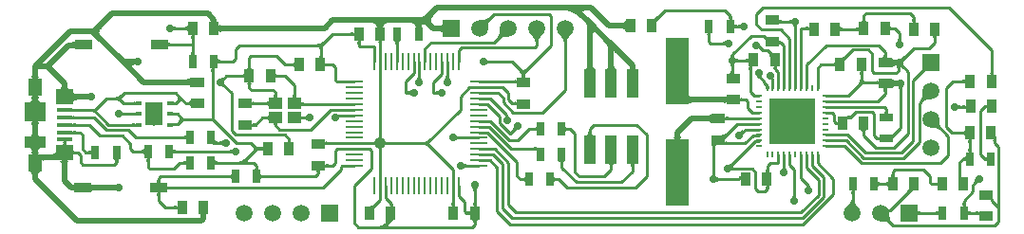
<source format=gtl>
G04 Layer_Physical_Order=1*
G04 Layer_Color=255*
%FSLAX25Y25*%
%MOIN*%
G70*
G01*
G75*
%ADD10C,0.01968*%
%ADD11R,0.16142X0.16142*%
%ADD12O,0.02559X0.00787*%
%ADD13O,0.00787X0.02559*%
%ADD14R,0.03543X0.05118*%
%ADD15R,0.02756X0.05118*%
%ADD16R,0.05118X0.02756*%
%ADD17R,0.04331X0.10236*%
%ADD18R,0.05118X0.03543*%
%ADD19R,0.04724X0.03937*%
%ADD20O,0.00984X0.06102*%
%ADD21O,0.06102X0.00984*%
%ADD22R,0.05905X0.03543*%
%ADD23R,0.02362X0.01378*%
%ADD24R,0.06299X0.08268*%
%ADD25R,0.07874X0.23622*%
%ADD26R,0.05118X0.06496*%
%ADD27R,0.07480X0.07087*%
%ADD28R,0.05827X0.01772*%
%ADD29R,0.06102X0.05610*%
%ADD30R,0.07480X0.03937*%
%ADD31C,0.01000*%
%ADD32R,0.05905X0.05905*%
%ADD33C,0.05905*%
%ADD34R,0.05905X0.05905*%
%ADD35C,0.01968*%
%ADD36C,0.02756*%
G36*
X554427Y267531D02*
X554457Y267446D01*
X554507Y267371D01*
X554577Y267306D01*
X554667Y267251D01*
X554777Y267206D01*
X554907Y267171D01*
X555057Y267146D01*
X555227Y267131D01*
X555417Y267126D01*
Y266126D01*
X555227Y266125D01*
X554457Y266081D01*
X554427Y266069D01*
X554417Y266055D01*
Y267626D01*
X554427Y267531D01*
D02*
G37*
G36*
X323346Y267140D02*
X323261Y267109D01*
X323186Y267059D01*
X323121Y266988D01*
X323066Y266897D01*
X323021Y266786D01*
X322986Y266654D01*
X322982Y266629D01*
X322986Y266604D01*
X323021Y266472D01*
X323066Y266361D01*
X323121Y266270D01*
X323186Y266199D01*
X323261Y266148D01*
X323346Y266118D01*
X323441Y266108D01*
X321441D01*
X321536Y266118D01*
X321621Y266148D01*
X321696Y266199D01*
X321761Y266270D01*
X321816Y266361D01*
X321861Y266472D01*
X321896Y266604D01*
X321900Y266629D01*
X321896Y266654D01*
X321861Y266786D01*
X321816Y266897D01*
X321761Y266988D01*
X321696Y267059D01*
X321621Y267109D01*
X321536Y267140D01*
X321441Y267150D01*
X323441D01*
X323346Y267140D01*
D02*
G37*
G36*
X375184Y267736D02*
X375215Y267651D01*
X375265Y267576D01*
X375337Y267511D01*
X375428Y267456D01*
X375539Y267411D01*
X375670Y267376D01*
X375822Y267351D01*
X375993Y267336D01*
X376185Y267331D01*
Y266331D01*
X375995Y266329D01*
X375435Y266286D01*
X375345Y266267D01*
X375275Y266244D01*
X375225Y266217D01*
X375195Y266187D01*
X375185Y266154D01*
X375173Y267831D01*
X375184Y267736D01*
D02*
G37*
G36*
X377953Y265866D02*
X377860Y265954D01*
X377762Y266033D01*
X377660Y266103D01*
X377554Y266163D01*
X377444Y266215D01*
X377329Y266256D01*
X377210Y266289D01*
X377086Y266312D01*
X376958Y266326D01*
X376826Y266331D01*
Y267331D01*
X376958Y267335D01*
X377086Y267349D01*
X377210Y267372D01*
X377329Y267405D01*
X377444Y267447D01*
X377554Y267498D01*
X377660Y267558D01*
X377762Y267628D01*
X377860Y267707D01*
X377953Y267795D01*
Y265866D01*
D02*
G37*
G36*
X551101Y266057D02*
X551016Y266026D01*
X550941Y265975D01*
X550876Y265904D01*
X550821Y265813D01*
X550776Y265702D01*
X550741Y265570D01*
X550716Y265419D01*
X550701Y265247D01*
X550696Y265055D01*
X549696D01*
X549692Y265245D01*
X549662Y265565D01*
X549636Y265695D01*
X549603Y265805D01*
X549562Y265895D01*
X549513Y265965D01*
X549457Y266015D01*
X549394Y266045D01*
X549323Y266055D01*
X551196Y266067D01*
X551101Y266057D01*
D02*
G37*
G36*
X450824Y267341D02*
X450696Y267199D01*
X450597Y267058D01*
X450527Y266917D01*
X450484Y266775D01*
X450470Y266634D01*
X450484Y266492D01*
X450527Y266351D01*
X450597Y266210D01*
X450696Y266068D01*
X450824Y265927D01*
X449909Y265427D01*
X449765Y265561D01*
X449615Y265681D01*
X449459Y265787D01*
X449297Y265879D01*
X449129Y265957D01*
X448955Y266021D01*
X448776Y266070D01*
X448591Y266106D01*
X448399Y266127D01*
X448202Y266134D01*
Y267134D01*
X448399Y267141D01*
X448591Y267162D01*
X448776Y267197D01*
X448955Y267247D01*
X449129Y267311D01*
X449297Y267388D01*
X449459Y267480D01*
X449615Y267586D01*
X449765Y267707D01*
X449909Y267841D01*
X450824Y267341D01*
D02*
G37*
G36*
X413974Y267539D02*
X414004Y267454D01*
X414054Y267379D01*
X414124Y267314D01*
X414214Y267259D01*
X414324Y267214D01*
X414454Y267179D01*
X414604Y267154D01*
X414774Y267139D01*
X414964Y267134D01*
Y266134D01*
X414774Y266129D01*
X414604Y266114D01*
X414454Y266089D01*
X414324Y266054D01*
X414214Y266009D01*
X414124Y265954D01*
X414054Y265889D01*
X414004Y265814D01*
X413974Y265729D01*
X413964Y265634D01*
Y267634D01*
X413974Y267539D01*
D02*
G37*
G36*
X459640Y269479D02*
X459738Y269400D01*
X459840Y269330D01*
X459946Y269270D01*
X460056Y269218D01*
X460171Y269177D01*
X460290Y269144D01*
X460414Y269121D01*
X460542Y269107D01*
X460674Y269102D01*
Y268102D01*
X460542Y268098D01*
X460414Y268084D01*
X460290Y268061D01*
X460171Y268028D01*
X460056Y267986D01*
X459946Y267935D01*
X459840Y267875D01*
X459738Y267805D01*
X459640Y267726D01*
X459547Y267638D01*
Y269567D01*
X459640Y269479D01*
D02*
G37*
G36*
X364985Y267701D02*
X364974Y267796D01*
X364944Y267881D01*
X364894Y267956D01*
X364823Y268021D01*
X364732Y268076D01*
X364620Y268121D01*
X364489Y268156D01*
X364337Y268181D01*
X364165Y268196D01*
X363973Y268201D01*
Y269201D01*
X364165Y269206D01*
X364337Y269221D01*
X364489Y269246D01*
X364620Y269281D01*
X364732Y269326D01*
X364823Y269381D01*
X364894Y269446D01*
X364944Y269521D01*
X364974Y269606D01*
X364985Y269701D01*
Y267701D01*
D02*
G37*
G36*
X538396Y269953D02*
X538425Y269616D01*
X538474Y269319D01*
X538543Y269061D01*
X538632Y268844D01*
X538740Y268665D01*
X538868Y268527D01*
X539016Y268428D01*
X539183Y268368D01*
X539370Y268349D01*
X535433D01*
X535620Y268368D01*
X535787Y268428D01*
X535935Y268527D01*
X536063Y268665D01*
X536171Y268844D01*
X536260Y269061D01*
X536329Y269319D01*
X536378Y269616D01*
X536408Y269953D01*
X536417Y270329D01*
X538386D01*
X538396Y269953D01*
D02*
G37*
G36*
X608193Y267409D02*
X608184Y267485D01*
X608157Y267552D01*
X608111Y267612D01*
X608048Y267664D01*
X607966Y267708D01*
X607866Y267743D01*
X607748Y267771D01*
X607611Y267791D01*
X607456Y267803D01*
X607283Y267807D01*
Y268807D01*
X607456Y268811D01*
X607611Y268823D01*
X607748Y268843D01*
X607866Y268871D01*
X607966Y268906D01*
X608048Y268950D01*
X608111Y269002D01*
X608157Y269062D01*
X608184Y269129D01*
X608193Y269205D01*
Y267409D01*
D02*
G37*
G36*
X640866Y267817D02*
X640781Y267787D01*
X640706Y267737D01*
X640641Y267667D01*
X640586Y267577D01*
X640541Y267467D01*
X640506Y267337D01*
X640481Y267187D01*
X640466Y267017D01*
X640461Y266827D01*
X639461D01*
X639456Y267017D01*
X639441Y267187D01*
X639416Y267337D01*
X639381Y267467D01*
X639336Y267577D01*
X639281Y267667D01*
X639216Y267737D01*
X639141Y267787D01*
X639056Y267817D01*
X638961Y267827D01*
X640961D01*
X640866Y267817D01*
D02*
G37*
G36*
X649301D02*
X649303Y267787D01*
X649310Y267337D01*
X649311Y266827D01*
X648311D01*
X648306Y267017D01*
X648291Y267187D01*
X648266Y267337D01*
X648231Y267467D01*
X648186Y267577D01*
X648131Y267667D01*
X648066Y267737D01*
X647991Y267787D01*
X647906Y267817D01*
X647811Y267827D01*
X649299D01*
X649301Y267817D01*
D02*
G37*
G36*
X401685Y268038D02*
X401697Y267885D01*
X401717Y267751D01*
X401745Y267634D01*
X401781Y267535D01*
X401824Y267455D01*
X401876Y267392D01*
X401936Y267347D01*
X402003Y267320D01*
X402079Y267311D01*
X400283D01*
X400359Y267320D01*
X400426Y267347D01*
X400486Y267392D01*
X400538Y267455D01*
X400582Y267535D01*
X400618Y267634D01*
X400645Y267751D01*
X400665Y267885D01*
X400677Y268038D01*
X400681Y268209D01*
X401681D01*
X401685Y268038D01*
D02*
G37*
G36*
X488004Y265342D02*
X488016Y263854D01*
X488005Y263949D01*
X487974Y264034D01*
X487923Y264109D01*
X487852Y264174D01*
X487761Y264229D01*
X487650Y264274D01*
X487519Y264309D01*
X487367Y264334D01*
X487196Y264349D01*
X487004Y264354D01*
Y265354D01*
X488004Y265342D01*
D02*
G37*
G36*
X314330Y261457D02*
X314077Y261202D01*
X313870Y260963D01*
X314005Y260827D01*
X313932Y260812D01*
X313839Y260771D01*
X313725Y260703D01*
X313591Y260609D01*
X313494Y260530D01*
X313116Y260094D01*
X313048Y259980D01*
X313007Y259887D01*
X312992Y259813D01*
X312845Y259960D01*
X312361Y259489D01*
X311654Y260196D01*
X311907Y260452D01*
X312114Y260691D01*
X311979Y260826D01*
X312052Y260841D01*
X312145Y260883D01*
X312259Y260951D01*
X312393Y261045D01*
X312399Y261050D01*
X312490Y261124D01*
X312868Y261560D01*
X312936Y261673D01*
X312978Y261767D01*
X312993Y261840D01*
X313139Y261693D01*
X313623Y262165D01*
X314330Y261457D01*
D02*
G37*
G36*
X325321Y264232D02*
X325351Y264147D01*
X325402Y264072D01*
X325473Y264007D01*
X325564Y263952D01*
X325675Y263907D01*
X325806Y263872D01*
X325958Y263847D01*
X326130Y263832D01*
X326323Y263827D01*
Y262827D01*
X326130Y262822D01*
X325958Y262807D01*
X325806Y262782D01*
X325675Y262747D01*
X325564Y262702D01*
X325473Y262647D01*
X325402Y262582D01*
X325351Y262507D01*
X325321Y262422D01*
X325311Y262327D01*
Y264327D01*
X325321Y264232D01*
D02*
G37*
G36*
X331717Y262484D02*
X331707Y262579D01*
X331676Y262664D01*
X331626Y262739D01*
X331555Y262804D01*
X331464Y262859D01*
X331353Y262904D01*
X331221Y262939D01*
X331069Y262964D01*
X330897Y262979D01*
X330705Y262984D01*
Y263984D01*
X330897Y263989D01*
X331069Y264004D01*
X331221Y264029D01*
X331353Y264064D01*
X331464Y264109D01*
X331555Y264164D01*
X331626Y264229D01*
X331676Y264304D01*
X331707Y264389D01*
X331717Y264484D01*
Y262484D01*
D02*
G37*
G36*
X322396Y262349D02*
X322305Y262331D01*
X322206Y262297D01*
X322099Y262248D01*
X321984Y262182D01*
X321861Y262101D01*
X321729Y262004D01*
X321442Y261762D01*
X321121Y261457D01*
X320414Y262165D01*
X320575Y262329D01*
X320961Y262772D01*
X321058Y262904D01*
X321139Y263028D01*
X321204Y263143D01*
X321254Y263250D01*
X321288Y263349D01*
X321306Y263439D01*
X322396Y262349D01*
D02*
G37*
G36*
X638607Y260323D02*
X638598Y260398D01*
X638570Y260466D01*
X638525Y260525D01*
X638461Y260577D01*
X638379Y260621D01*
X638279Y260657D01*
X638161Y260685D01*
X638024Y260705D01*
X637870Y260717D01*
X637697Y260720D01*
Y261720D01*
X637870Y261724D01*
X638024Y261736D01*
X638161Y261756D01*
X638279Y261784D01*
X638379Y261820D01*
X638461Y261864D01*
X638525Y261915D01*
X638570Y261975D01*
X638598Y262043D01*
X638607Y262118D01*
Y260323D01*
D02*
G37*
G36*
X646087Y260520D02*
X646080Y260558D01*
X646059Y260592D01*
X646023Y260622D01*
X645973Y260648D01*
X645909Y260670D01*
X645830Y260688D01*
X645738Y260702D01*
X645631Y260712D01*
X645374Y260720D01*
Y261720D01*
X645509Y261722D01*
X645738Y261739D01*
X645830Y261753D01*
X645909Y261771D01*
X645973Y261793D01*
X646023Y261819D01*
X646059Y261849D01*
X646080Y261883D01*
X646087Y261922D01*
Y260520D01*
D02*
G37*
G36*
X319244Y260534D02*
X319225Y260589D01*
X319165Y260639D01*
X319067Y260683D01*
X318929Y260721D01*
X318752Y260753D01*
X318536Y260780D01*
X317984Y260815D01*
X317276Y260827D01*
Y262795D01*
X317650Y262805D01*
X317984Y262835D01*
X318280Y262884D01*
X318536Y262953D01*
X318752Y263041D01*
X318929Y263150D01*
X319067Y263278D01*
X319165Y263425D01*
X319225Y263593D01*
X319244Y263779D01*
Y260534D01*
D02*
G37*
G36*
X313789Y265063D02*
X313622Y265004D01*
X313474Y264905D01*
X313347Y264766D01*
X313238Y264588D01*
X313150Y264370D01*
X313081Y264113D01*
X313074Y264075D01*
X313081Y264037D01*
X313150Y263779D01*
X313238Y263562D01*
X313347Y263383D01*
X313474Y263245D01*
X313622Y263146D01*
X313789Y263086D01*
X313976Y263067D01*
X310039D01*
X310226Y263086D01*
X310394Y263146D01*
X310541Y263245D01*
X310669Y263383D01*
X310778Y263562D01*
X310866Y263779D01*
X310935Y264037D01*
X310941Y264075D01*
X310935Y264113D01*
X310866Y264370D01*
X310778Y264588D01*
X310669Y264766D01*
X310541Y264905D01*
X310394Y265004D01*
X310226Y265063D01*
X310039Y265083D01*
X313976D01*
X313789Y265063D01*
D02*
G37*
G36*
X389408Y265837D02*
X389558Y265716D01*
X389714Y265610D01*
X389876Y265518D01*
X390044Y265441D01*
X390218Y265377D01*
X390397Y265327D01*
X390583Y265292D01*
X390774Y265271D01*
X390958Y265264D01*
X391133Y265269D01*
X391305Y265284D01*
X391457Y265309D01*
X391589Y265344D01*
X391700Y265389D01*
X391791Y265444D01*
X391862Y265509D01*
X391913Y265584D01*
X391943Y265669D01*
X391953Y265764D01*
Y263764D01*
X391943Y263859D01*
X391913Y263944D01*
X391862Y264019D01*
X391791Y264084D01*
X391700Y264139D01*
X391589Y264184D01*
X391457Y264219D01*
X391305Y264244D01*
X391133Y264259D01*
X390958Y264263D01*
X390774Y264257D01*
X390583Y264235D01*
X390397Y264200D01*
X390218Y264151D01*
X390044Y264087D01*
X389876Y264009D01*
X389714Y263917D01*
X389558Y263811D01*
X389408Y263691D01*
X389264Y263557D01*
X388350Y264057D01*
X388477Y264198D01*
X388576Y264339D01*
X388647Y264481D01*
X388689Y264622D01*
X388703Y264764D01*
X388689Y264905D01*
X388647Y265047D01*
X388576Y265188D01*
X388477Y265330D01*
X388350Y265471D01*
X389264Y265971D01*
X389408Y265837D01*
D02*
G37*
G36*
X640466Y264578D02*
X640481Y264407D01*
X640506Y264258D01*
X640541Y264127D01*
X640586Y264018D01*
X640641Y263928D01*
X640706Y263858D01*
X640781Y263808D01*
X640866Y263777D01*
X640961Y263768D01*
X638961D01*
X639056Y263777D01*
X639141Y263808D01*
X639216Y263858D01*
X639281Y263928D01*
X639336Y264018D01*
X639381Y264127D01*
X639416Y264258D01*
X639441Y264407D01*
X639456Y264578D01*
X639461Y264768D01*
X640461D01*
X640466Y264578D01*
D02*
G37*
G36*
X381491Y262815D02*
X381398Y262903D01*
X381301Y262982D01*
X381199Y263052D01*
X381093Y263112D01*
X380982Y263163D01*
X380867Y263205D01*
X380748Y263238D01*
X380625Y263261D01*
X380497Y263275D01*
X380365Y263280D01*
Y264280D01*
X380497Y264284D01*
X380625Y264298D01*
X380748Y264321D01*
X380867Y264354D01*
X380982Y264396D01*
X381093Y264447D01*
X381199Y264507D01*
X381301Y264577D01*
X381398Y264656D01*
X381491Y264744D01*
Y262815D01*
D02*
G37*
G36*
X323036Y263986D02*
X323127Y263952D01*
X323253Y263923D01*
X323413Y263897D01*
X323837Y263858D01*
X324732Y263829D01*
X325100Y263827D01*
Y262827D01*
X324732Y262825D01*
X323253Y262731D01*
X323127Y262701D01*
X323036Y262668D01*
X322979Y262630D01*
Y264023D01*
X323036Y263986D01*
D02*
G37*
G36*
X350221Y262779D02*
X350211Y262875D01*
X350180Y262960D01*
X350130Y263035D01*
X350059Y263100D01*
X349968Y263155D01*
X349856Y263199D01*
X349725Y263234D01*
X349573Y263260D01*
X349401Y263275D01*
X349209Y263280D01*
Y264280D01*
X349401Y264284D01*
X349573Y264300D01*
X349725Y264324D01*
X349856Y264359D01*
X349968Y264405D01*
X350059Y264459D01*
X350130Y264525D01*
X350180Y264599D01*
X350211Y264685D01*
X350221Y264779D01*
Y262779D01*
D02*
G37*
G36*
X360419Y264685D02*
X360450Y264599D01*
X360500Y264525D01*
X360571Y264459D01*
X360662Y264405D01*
X360773Y264359D01*
X360905Y264324D01*
X361057Y264300D01*
X361229Y264284D01*
X361421Y264280D01*
Y263280D01*
X361229Y263275D01*
X361057Y263260D01*
X360905Y263234D01*
X360773Y263199D01*
X360662Y263155D01*
X360571Y263100D01*
X360500Y263035D01*
X360450Y262960D01*
X360419Y262875D01*
X360409Y262779D01*
Y264779D01*
X360419Y264685D01*
D02*
G37*
G36*
X549323Y273536D02*
X549303Y273720D01*
X549244Y273886D01*
X549146Y274031D01*
X549008Y274158D01*
X548831Y274265D01*
X548614Y274352D01*
X548358Y274420D01*
X548063Y274469D01*
X547728Y274498D01*
X547355Y274508D01*
Y276476D01*
X547728Y276482D01*
X548358Y276529D01*
X548614Y276569D01*
X548831Y276621D01*
X549008Y276685D01*
X549146Y276760D01*
X549244Y276847D01*
X549303Y276945D01*
X549323Y277055D01*
Y273536D01*
D02*
G37*
G36*
X363730Y275148D02*
X364128Y274838D01*
X364084Y274794D01*
X362316Y274441D01*
X362443Y274582D01*
X362542Y274723D01*
X362613Y274865D01*
X362655Y275006D01*
X362670Y275148D01*
X362655Y275289D01*
X362613Y275430D01*
X362542Y275572D01*
X362443Y275713D01*
X362316Y275855D01*
X363730Y275148D01*
D02*
G37*
G36*
X554427Y276397D02*
X554457Y276312D01*
X554507Y276237D01*
X554577Y276172D01*
X554667Y276117D01*
X554777Y276072D01*
X554907Y276037D01*
X555057Y276012D01*
X555227Y275997D01*
X555417Y275992D01*
Y274992D01*
X555227Y274987D01*
X555057Y274972D01*
X554907Y274947D01*
X554777Y274912D01*
X554667Y274867D01*
X554577Y274812D01*
X554507Y274747D01*
X554457Y274672D01*
X554427Y274587D01*
X554417Y274492D01*
Y276492D01*
X554427Y276397D01*
D02*
G37*
G36*
X593528Y273216D02*
X593522Y273236D01*
X593503Y273253D01*
X593473Y273269D01*
X593430Y273282D01*
X593374Y273293D01*
X593307Y273303D01*
X593135Y273315D01*
X592913Y273319D01*
Y274319D01*
X593030Y274320D01*
X593374Y274344D01*
X593430Y274356D01*
X593473Y274369D01*
X593503Y274384D01*
X593522Y274402D01*
X593528Y274421D01*
Y273216D01*
D02*
G37*
G36*
X347059Y272551D02*
X347049Y272585D01*
X347019Y272615D01*
X346969Y272642D01*
X346899Y272665D01*
X346809Y272684D01*
X346699Y272700D01*
X346419Y272721D01*
X346059Y272728D01*
Y273728D01*
X346249Y273730D01*
X346809Y273773D01*
X346899Y273792D01*
X346969Y273815D01*
X347019Y273842D01*
X347049Y273872D01*
X347059Y273905D01*
Y272551D01*
D02*
G37*
G36*
X360431Y273895D02*
X360461Y273885D01*
X360511Y273877D01*
X360581Y273870D01*
X360911Y273855D01*
X361421Y273850D01*
Y272850D01*
X361231Y272847D01*
X360911Y272824D01*
X360781Y272803D01*
X360671Y272776D01*
X360581Y272743D01*
X360511Y272704D01*
X360461Y272659D01*
X360431Y272608D01*
X360421Y272551D01*
Y273905D01*
X360431Y273895D01*
D02*
G37*
G36*
X396843Y273628D02*
X396826Y273610D01*
X396810Y273580D01*
X396797Y273538D01*
X396785Y273483D01*
X396776Y273417D01*
X396764Y273248D01*
X396760Y273031D01*
X395760D01*
X395759Y273146D01*
X395734Y273483D01*
X395723Y273538D01*
X395710Y273580D01*
X395694Y273610D01*
X395677Y273628D01*
X395657Y273634D01*
X396862D01*
X396843Y273628D01*
D02*
G37*
G36*
X598035Y275378D02*
X597844Y275373D01*
X597672Y275358D01*
X597521Y275333D01*
X597390Y275298D01*
X597278Y275253D01*
X597187Y275198D01*
X597116Y275133D01*
X597065Y275058D01*
X597034Y274973D01*
X597023Y274878D01*
X597035Y276366D01*
X597045Y276368D01*
X597075Y276370D01*
X597525Y276377D01*
X598035Y276378D01*
Y275378D01*
D02*
G37*
G36*
X478035Y276514D02*
X478054Y276258D01*
X478062Y276216D01*
X478072Y276183D01*
X478084Y276158D01*
X478097Y276143D01*
X478112Y276135D01*
X477015Y275860D01*
X477019Y275870D01*
X477022Y275894D01*
X477025Y275933D01*
X477034Y276462D01*
X477034Y276600D01*
X478034D01*
X478035Y276514D01*
D02*
G37*
G36*
X342318Y277845D02*
X342415Y277766D01*
X342517Y277696D01*
X342623Y277636D01*
X342734Y277585D01*
X342848Y277543D01*
X342968Y277510D01*
X343091Y277487D01*
X343219Y277473D01*
X343351Y277468D01*
Y276468D01*
X343219Y276464D01*
X343091Y276450D01*
X342968Y276427D01*
X342848Y276394D01*
X342734Y276352D01*
X342623Y276301D01*
X342517Y276241D01*
X342415Y276171D01*
X342318Y276092D01*
X342224Y276004D01*
Y277933D01*
X342318Y277845D01*
D02*
G37*
G36*
X325352Y276492D02*
X325382Y276428D01*
X325432Y276372D01*
X325502Y276324D01*
X325592Y276282D01*
X325702Y276249D01*
X325832Y276223D01*
X325982Y276204D01*
X326152Y276193D01*
X326342Y276189D01*
Y275189D01*
X326152Y275185D01*
X325832Y275155D01*
X325702Y275129D01*
X325592Y275096D01*
X325502Y275054D01*
X325432Y275006D01*
X325382Y274950D01*
X325352Y274886D01*
X325342Y274815D01*
Y276563D01*
X325352Y276492D01*
D02*
G37*
G36*
X405301Y276495D02*
X405331Y276410D01*
X405382Y276335D01*
X405453Y276270D01*
X405544Y276215D01*
X405655Y276170D01*
X405787Y276135D01*
X405939Y276110D01*
X406111Y276095D01*
X406303Y276090D01*
Y275090D01*
X406111Y275085D01*
X405939Y275070D01*
X405787Y275045D01*
X405655Y275010D01*
X405544Y274965D01*
X405453Y274910D01*
X405382Y274845D01*
X405331Y274770D01*
X405301Y274685D01*
X405291Y274590D01*
Y276590D01*
X405301Y276495D01*
D02*
G37*
G36*
X393922Y274590D02*
X393912Y274686D01*
X393881Y274771D01*
X393831Y274846D01*
X393760Y274911D01*
X393669Y274966D01*
X393557Y275011D01*
X393426Y275046D01*
X393274Y275071D01*
X393102Y275086D01*
X392910Y275091D01*
Y276091D01*
X393102Y276096D01*
X393274Y276111D01*
X393426Y276136D01*
X393557Y276171D01*
X393669Y276216D01*
X393760Y276271D01*
X393831Y276336D01*
X393881Y276411D01*
X393912Y276496D01*
X393922Y276590D01*
Y274590D01*
D02*
G37*
G36*
X407480Y274625D02*
X407386Y274714D01*
X407289Y274793D01*
X407187Y274862D01*
X407081Y274923D01*
X406970Y274974D01*
X406855Y275016D01*
X406736Y275048D01*
X406613Y275071D01*
X406485Y275085D01*
X406353Y275090D01*
Y276090D01*
X406485Y276095D01*
X406613Y276109D01*
X406736Y276132D01*
X406855Y276164D01*
X406970Y276206D01*
X407081Y276257D01*
X407187Y276318D01*
X407289Y276387D01*
X407386Y276466D01*
X407480Y276555D01*
Y274625D01*
D02*
G37*
G36*
X325352Y273933D02*
X325382Y273869D01*
X325432Y273813D01*
X325502Y273764D01*
X325592Y273723D01*
X325702Y273690D01*
X325832Y273664D01*
X325982Y273645D01*
X326152Y273634D01*
X326342Y273630D01*
Y272630D01*
X326152Y272626D01*
X325832Y272596D01*
X325702Y272570D01*
X325592Y272536D01*
X325502Y272495D01*
X325432Y272447D01*
X325382Y272391D01*
X325352Y272327D01*
X325342Y272256D01*
Y274004D01*
X325352Y273933D01*
D02*
G37*
G36*
X507198Y270382D02*
X507213Y270210D01*
X507238Y270058D01*
X507273Y269927D01*
X507318Y269816D01*
X507373Y269724D01*
X507438Y269654D01*
X507513Y269603D01*
X507598Y269573D01*
X507693Y269563D01*
X505693D01*
X505788Y269573D01*
X505873Y269603D01*
X505948Y269654D01*
X506013Y269724D01*
X506068Y269816D01*
X506113Y269927D01*
X506148Y270058D01*
X506173Y270210D01*
X506188Y270382D01*
X506193Y270575D01*
X507193D01*
X507198Y270382D01*
D02*
G37*
G36*
X613982Y269673D02*
X613785Y269468D01*
X613473Y269100D01*
X613360Y268938D01*
X613275Y268789D01*
X613219Y268655D01*
X613191Y268535D01*
Y268428D01*
X613219Y268337D01*
X613275Y268259D01*
X611861Y269673D01*
X611939Y269617D01*
X612031Y269588D01*
X612137D01*
X612257Y269617D01*
X612392Y269673D01*
X612540Y269758D01*
X612703Y269871D01*
X612879Y270012D01*
X613275Y270380D01*
X613982Y269673D01*
D02*
G37*
G36*
X325352Y271374D02*
X325382Y271310D01*
X325432Y271254D01*
X325502Y271205D01*
X325592Y271164D01*
X325702Y271131D01*
X325832Y271105D01*
X325982Y271086D01*
X326152Y271075D01*
X326342Y271071D01*
Y270071D01*
X326152Y270067D01*
X325832Y270037D01*
X325702Y270011D01*
X325592Y269977D01*
X325502Y269936D01*
X325432Y269888D01*
X325382Y269832D01*
X325352Y269768D01*
X325342Y269697D01*
Y271445D01*
X325352Y271374D01*
D02*
G37*
G36*
X561000Y270627D02*
X560910Y270531D01*
X560829Y270430D01*
X560758Y270326D01*
X560697Y270219D01*
X560645Y270109D01*
X560603Y269994D01*
X560571Y269877D01*
X560548Y269755D01*
X560535Y269630D01*
X560531Y269502D01*
X559167Y270866D01*
X559296Y270870D01*
X559420Y270883D01*
X559542Y270905D01*
X559660Y270938D01*
X559774Y270980D01*
X559885Y271031D01*
X559992Y271093D01*
X560096Y271164D01*
X560196Y271244D01*
X560293Y271334D01*
X561000Y270627D01*
D02*
G37*
G36*
X313002Y270576D02*
X313032Y270240D01*
X313081Y269942D01*
X313150Y269685D01*
X313238Y269467D01*
X313347Y269289D01*
X313474Y269150D01*
X313622Y269051D01*
X313789Y268992D01*
X313976Y268972D01*
X310039D01*
X310226Y268992D01*
X310394Y269051D01*
X310541Y269150D01*
X310669Y269289D01*
X310778Y269467D01*
X310866Y269685D01*
X310935Y269942D01*
X310984Y270240D01*
X311014Y270576D01*
X311024Y270953D01*
X312992D01*
X313002Y270576D01*
D02*
G37*
G36*
X638311Y269276D02*
X638301Y269371D01*
X638271Y269456D01*
X638220Y269531D01*
X638149Y269596D01*
X638058Y269651D01*
X637947Y269696D01*
X637816Y269731D01*
X637664Y269756D01*
X637492Y269771D01*
X637299Y269776D01*
Y270776D01*
X637492Y270781D01*
X637664Y270796D01*
X637816Y270821D01*
X637947Y270856D01*
X638058Y270901D01*
X638149Y270956D01*
X638220Y271021D01*
X638271Y271096D01*
X638301Y271181D01*
X638311Y271276D01*
Y269276D01*
D02*
G37*
G36*
X555124Y269575D02*
X554926Y269370D01*
X554615Y269002D01*
X554502Y268839D01*
X554417Y268691D01*
X554361Y268556D01*
X554332Y268436D01*
Y268330D01*
X554361Y268238D01*
X554417Y268160D01*
X553003Y269575D01*
X553081Y269518D01*
X553173Y269490D01*
X553279D01*
X553399Y269518D01*
X553533Y269575D01*
X553682Y269659D01*
X553844Y269773D01*
X554021Y269914D01*
X554417Y270282D01*
X555124Y269575D01*
D02*
G37*
G36*
X629430Y274572D02*
X629478Y273813D01*
X629526Y273477D01*
X629588Y273170D01*
X629666Y272892D01*
X629760Y272643D01*
X629869Y272423D01*
X629993Y272232D01*
X630132Y272071D01*
X629421Y271367D01*
X629260Y271506D01*
X629070Y271630D01*
X628851Y271739D01*
X628602Y271833D01*
X628323Y271912D01*
X628016Y271977D01*
X627679Y272027D01*
X626917Y272081D01*
X626492Y272087D01*
X629429Y274995D01*
X629430Y274572D01*
D02*
G37*
G36*
X313789Y274118D02*
X313622Y274059D01*
X313474Y273960D01*
X313347Y273821D01*
X313238Y273643D01*
X313150Y273425D01*
X313081Y273168D01*
X313032Y272871D01*
X313002Y272534D01*
X312992Y272158D01*
X311024D01*
X311014Y272534D01*
X310984Y272871D01*
X310935Y273168D01*
X310866Y273425D01*
X310778Y273643D01*
X310669Y273821D01*
X310541Y273960D01*
X310394Y274059D01*
X310226Y274118D01*
X310039Y274138D01*
X313976D01*
X313789Y274118D01*
D02*
G37*
G36*
X388372Y274130D02*
X388402Y274046D01*
X388453Y273972D01*
X388523Y273907D01*
X388614Y273852D01*
X388725Y273808D01*
X388856Y273773D01*
X389007Y273748D01*
X389178Y273733D01*
X389370Y273728D01*
Y272728D01*
X389178Y272723D01*
X389007Y272709D01*
X388856Y272684D01*
X388725Y272649D01*
X388614Y272604D01*
X388523Y272550D01*
X388453Y272485D01*
X388402Y272411D01*
X388372Y272326D01*
X388362Y272232D01*
Y274225D01*
X388372Y274130D01*
D02*
G37*
G36*
X481285Y271260D02*
X481157Y271256D01*
X481032Y271243D01*
X480911Y271220D01*
X480793Y271188D01*
X480679Y271146D01*
X480568Y271094D01*
X480461Y271033D01*
X480357Y270962D01*
X480257Y270882D01*
X480160Y270792D01*
X479453Y271499D01*
X479543Y271596D01*
X479624Y271696D01*
X479695Y271799D01*
X479756Y271907D01*
X479808Y272018D01*
X479849Y272132D01*
X479882Y272250D01*
X479905Y272371D01*
X479918Y272496D01*
X479921Y272624D01*
X481285Y271260D01*
D02*
G37*
G36*
X603645Y271262D02*
X603560Y271232D01*
X603485Y271182D01*
X603420Y271112D01*
X603365Y271022D01*
X603320Y270912D01*
X603285Y270782D01*
X603260Y270632D01*
X603245Y270462D01*
X603240Y270272D01*
X602240D01*
X602235Y270462D01*
X602220Y270632D01*
X602195Y270782D01*
X602160Y270912D01*
X602115Y271022D01*
X602060Y271112D01*
X601995Y271182D01*
X601920Y271232D01*
X601835Y271262D01*
X601740Y271272D01*
X603740D01*
X603645Y271262D01*
D02*
G37*
G36*
X488016Y270654D02*
X488006Y270748D01*
X487976Y270833D01*
X487925Y270908D01*
X487854Y270973D01*
X487763Y271028D01*
X487652Y271074D01*
X487520Y271109D01*
X487368Y271133D01*
X487196Y271148D01*
X487004Y271153D01*
Y272153D01*
X487196Y272159D01*
X487368Y272174D01*
X487520Y272199D01*
X487652Y272234D01*
X487763Y272278D01*
X487854Y272334D01*
X487925Y272398D01*
X487976Y272474D01*
X488006Y272558D01*
X488016Y272654D01*
Y270654D01*
D02*
G37*
G36*
X498214Y272558D02*
X498245Y272474D01*
X498295Y272398D01*
X498366Y272334D01*
X498457Y272278D01*
X498569Y272234D01*
X498700Y272199D01*
X498852Y272174D01*
X499024Y272159D01*
X499216Y272153D01*
Y271153D01*
X499024Y271148D01*
X498852Y271133D01*
X498700Y271109D01*
X498569Y271074D01*
X498457Y271028D01*
X498366Y270973D01*
X498295Y270908D01*
X498245Y270833D01*
X498214Y270748D01*
X498204Y270654D01*
Y272654D01*
X498214Y272558D01*
D02*
G37*
G36*
X352480Y261223D02*
X352395Y261192D01*
X352320Y261142D01*
X352255Y261072D01*
X352200Y260982D01*
X352155Y260873D01*
X352120Y260742D01*
X352095Y260593D01*
X352080Y260422D01*
X352075Y260232D01*
X351075D01*
X351070Y260422D01*
X351055Y260593D01*
X351030Y260742D01*
X350995Y260873D01*
X350950Y260982D01*
X350895Y261072D01*
X350830Y261142D01*
X350755Y261192D01*
X350670Y261223D01*
X350575Y261232D01*
X352575D01*
X352480Y261223D01*
D02*
G37*
G36*
X599842Y249817D02*
X599757Y249787D01*
X599682Y249736D01*
X599617Y249665D01*
X599562Y249574D01*
X599517Y249463D01*
X599482Y249331D01*
X599457Y249180D01*
X599442Y249007D01*
X599437Y248815D01*
X598437D01*
X598432Y249007D01*
X598417Y249180D01*
X598392Y249331D01*
X598357Y249463D01*
X598312Y249574D01*
X598257Y249665D01*
X598192Y249736D01*
X598117Y249787D01*
X598032Y249817D01*
X597937Y249827D01*
X599937D01*
X599842Y249817D01*
D02*
G37*
G36*
X331504Y252615D02*
X331563Y252500D01*
X331661Y252399D01*
X331799Y252311D01*
X331976Y252236D01*
X332193Y252175D01*
X332449Y252128D01*
X332744Y252094D01*
X333079Y252074D01*
X333453Y252067D01*
Y250098D01*
X333079Y250090D01*
X332744Y250063D01*
X332449Y250020D01*
X332193Y249959D01*
X331976Y249880D01*
X331799Y249784D01*
X331661Y249670D01*
X331563Y249539D01*
X331504Y249391D01*
X331484Y249225D01*
Y252744D01*
X331504Y252615D01*
D02*
G37*
G36*
X620127Y249736D02*
X620049Y249793D01*
X619957Y249821D01*
X619851D01*
X619731Y249793D01*
X619597Y249736D01*
X619448Y249652D01*
X619286Y249538D01*
X619109Y249397D01*
X618713Y249029D01*
X618006Y249736D01*
X618204Y249941D01*
X618515Y250309D01*
X618628Y250472D01*
X618713Y250620D01*
X618769Y250755D01*
X618798Y250875D01*
Y250981D01*
X618769Y251073D01*
X618713Y251151D01*
X620127Y249736D01*
D02*
G37*
G36*
X356220Y249215D02*
X356135Y249185D01*
X356060Y249135D01*
X355995Y249065D01*
X355940Y248975D01*
X355895Y248865D01*
X355860Y248735D01*
X355835Y248585D01*
X355820Y248415D01*
X355815Y248225D01*
X354815D01*
X354810Y248415D01*
X354795Y248585D01*
X354770Y248735D01*
X354735Y248865D01*
X354690Y248975D01*
X354635Y249065D01*
X354570Y249135D01*
X354495Y249185D01*
X354410Y249215D01*
X354315Y249225D01*
X356315D01*
X356220Y249215D01*
D02*
G37*
G36*
X466844Y245483D02*
X466859Y245313D01*
X466884Y245163D01*
X466919Y245033D01*
X466964Y244923D01*
X467019Y244833D01*
X467084Y244763D01*
X467159Y244713D01*
X467244Y244683D01*
X467339Y244673D01*
X465339D01*
X465434Y244683D01*
X465519Y244713D01*
X465594Y244763D01*
X465659Y244833D01*
X465714Y244923D01*
X465759Y245033D01*
X465794Y245163D01*
X465819Y245313D01*
X465834Y245483D01*
X465839Y245673D01*
X466839D01*
X466844Y245483D01*
D02*
G37*
G36*
X638399D02*
X638414Y245313D01*
X638439Y245163D01*
X638474Y245033D01*
X638519Y244923D01*
X638574Y244833D01*
X638639Y244763D01*
X638714Y244713D01*
X638799Y244683D01*
X638894Y244673D01*
X636894D01*
X636989Y244683D01*
X637074Y244713D01*
X637149Y244763D01*
X637214Y244833D01*
X637269Y244923D01*
X637314Y245033D01*
X637349Y245163D01*
X637374Y245313D01*
X637389Y245483D01*
X637394Y245673D01*
X638394D01*
X638399Y245483D01*
D02*
G37*
G36*
X578949Y248337D02*
X578964Y248209D01*
X578987Y248086D01*
X579019Y247967D01*
X579061Y247852D01*
X579112Y247741D01*
X579173Y247635D01*
X579242Y247533D01*
X579321Y247436D01*
X579410Y247342D01*
X577480D01*
X577569Y247436D01*
X577648Y247533D01*
X577717Y247635D01*
X577778Y247741D01*
X577829Y247852D01*
X577871Y247967D01*
X577903Y248086D01*
X577926Y248209D01*
X577940Y248337D01*
X577945Y248469D01*
X578945D01*
X578949Y248337D01*
D02*
G37*
G36*
X583769Y251759D02*
X583794Y251368D01*
X583804Y251323D01*
X583815Y251288D01*
X583828Y251265D01*
X583842Y251253D01*
X582694D01*
X582708Y251265D01*
X582720Y251288D01*
X582731Y251323D01*
X582741Y251368D01*
X582749Y251424D01*
X582761Y251570D01*
X582768Y251870D01*
X583768D01*
X583769Y251759D01*
D02*
G37*
G36*
X628469Y251264D02*
X628459Y251359D01*
X628428Y251444D01*
X628378Y251519D01*
X628307Y251584D01*
X628216Y251639D01*
X628105Y251684D01*
X627973Y251719D01*
X627821Y251744D01*
X627649Y251759D01*
X627457Y251764D01*
Y252764D01*
X627649Y252769D01*
X627821Y252784D01*
X627973Y252809D01*
X628105Y252844D01*
X628216Y252889D01*
X628307Y252944D01*
X628378Y253009D01*
X628428Y253084D01*
X628459Y253169D01*
X628469Y253264D01*
Y251264D01*
D02*
G37*
G36*
X607860Y253267D02*
X607891Y253182D01*
X607941Y253107D01*
X608012Y253042D01*
X608103Y252987D01*
X608214Y252942D01*
X608346Y252907D01*
X608498Y252882D01*
X608670Y252867D01*
X608862Y252862D01*
Y251862D01*
X608670Y251857D01*
X608498Y251842D01*
X608346Y251817D01*
X608214Y251782D01*
X608103Y251737D01*
X608012Y251682D01*
X607941Y251617D01*
X607891Y251542D01*
X607860Y251457D01*
X607850Y251362D01*
Y253362D01*
X607860Y253267D01*
D02*
G37*
G36*
X569560Y251383D02*
X569526Y251362D01*
X569496Y251327D01*
X569470Y251278D01*
X569448Y251215D01*
X569430Y251138D01*
X569416Y251046D01*
X569406Y250941D01*
X569398Y250689D01*
X568398D01*
X568396Y250822D01*
X568379Y251046D01*
X568365Y251138D01*
X568347Y251215D01*
X568325Y251278D01*
X568299Y251327D01*
X568269Y251362D01*
X568235Y251383D01*
X568197Y251390D01*
X569599D01*
X569560Y251383D01*
D02*
G37*
G36*
X467215Y250891D02*
X467136Y250794D01*
X467066Y250692D01*
X467006Y250586D01*
X466955Y250475D01*
X466913Y250360D01*
X466880Y250241D01*
X466857Y250118D01*
X466843Y249990D01*
X466839Y249858D01*
X465839D01*
X465834Y249990D01*
X465820Y250118D01*
X465797Y250241D01*
X465764Y250360D01*
X465723Y250475D01*
X465671Y250586D01*
X465611Y250692D01*
X465541Y250794D01*
X465462Y250891D01*
X465374Y250984D01*
X467303D01*
X467215Y250891D01*
D02*
G37*
G36*
X358254Y251889D02*
X358284Y251804D01*
X358335Y251729D01*
X358406Y251664D01*
X358497Y251609D01*
X358608Y251564D01*
X358740Y251529D01*
X358891Y251504D01*
X359063Y251489D01*
X359256Y251484D01*
Y250484D01*
X359063Y250479D01*
X358891Y250464D01*
X358740Y250439D01*
X358608Y250404D01*
X358497Y250359D01*
X358406Y250304D01*
X358335Y250239D01*
X358284Y250164D01*
X358254Y250079D01*
X358244Y249984D01*
Y251984D01*
X358254Y251889D01*
D02*
G37*
G36*
X325615Y249988D02*
X325605Y249990D01*
X325574Y249992D01*
X325120Y249999D01*
X324606Y250000D01*
Y251969D01*
X325615Y251980D01*
Y249988D01*
D02*
G37*
G36*
X459166Y245483D02*
X459181Y245313D01*
X459206Y245163D01*
X459241Y245033D01*
X459286Y244923D01*
X459341Y244833D01*
X459406Y244763D01*
X459481Y244713D01*
X459566Y244683D01*
X459661Y244673D01*
X457661D01*
X457756Y244683D01*
X457841Y244713D01*
X457916Y244763D01*
X457981Y244833D01*
X458036Y244923D01*
X458081Y245033D01*
X458116Y245163D01*
X458141Y245313D01*
X458156Y245483D01*
X458161Y245673D01*
X459161D01*
X459166Y245483D01*
D02*
G37*
G36*
X372380Y241533D02*
X372310Y241492D01*
X372248Y241422D01*
X372195Y241324D01*
X372150Y241199D01*
X372113Y241045D01*
X372084Y240864D01*
X372064Y240655D01*
X372047Y240153D01*
X370079D01*
X370075Y240418D01*
X370042Y240864D01*
X370013Y241045D01*
X369976Y241199D01*
X369931Y241324D01*
X369878Y241422D01*
X369816Y241492D01*
X369746Y241533D01*
X369668Y241547D01*
X372458D01*
X372380Y241533D01*
D02*
G37*
G36*
X464591Y241126D02*
X464581Y241221D01*
X464550Y241306D01*
X464500Y241381D01*
X464429Y241446D01*
X464338Y241501D01*
X464227Y241546D01*
X464095Y241581D01*
X463943Y241606D01*
X463771Y241621D01*
X463579Y241626D01*
Y242626D01*
X463771Y242631D01*
X463943Y242646D01*
X464095Y242671D01*
X464227Y242706D01*
X464338Y242751D01*
X464429Y242806D01*
X464500Y242871D01*
X464550Y242946D01*
X464581Y243031D01*
X464591Y243126D01*
Y241126D01*
D02*
G37*
G36*
X621797Y243031D02*
X621828Y242946D01*
X621878Y242871D01*
X621949Y242806D01*
X622040Y242751D01*
X622151Y242706D01*
X622283Y242671D01*
X622435Y242646D01*
X622607Y242631D01*
X622799Y242626D01*
Y241626D01*
X622607Y241621D01*
X622435Y241606D01*
X622283Y241581D01*
X622151Y241546D01*
X622040Y241501D01*
X621949Y241446D01*
X621878Y241381D01*
X621828Y241306D01*
X621797Y241221D01*
X621787Y241126D01*
Y243126D01*
X621797Y243031D01*
D02*
G37*
G36*
X437704Y239583D02*
X437564Y239561D01*
X437423Y239525D01*
X437282Y239474D01*
X437141Y239410D01*
X436999Y239331D01*
X436857Y239237D01*
X436715Y239130D01*
X436572Y239008D01*
X436429Y238872D01*
X435015D01*
X435022Y238885D01*
X435028Y238912D01*
X435034Y238951D01*
X435042Y239067D01*
X435051Y239579D01*
X437844Y239591D01*
X437704Y239583D01*
D02*
G37*
G36*
X435845Y238278D02*
X435755Y238157D01*
X435699Y238051D01*
X435677Y237959D01*
X435689Y237881D01*
X435735Y237818D01*
X435816Y237768D01*
X435930Y237733D01*
X436079Y237712D01*
X436262Y237705D01*
X434055Y236705D01*
X432848Y237705D01*
X433045Y237712D01*
X433236Y237733D01*
X433422Y237768D01*
X433601Y237818D01*
X433775Y237881D01*
X433943Y237959D01*
X434104Y238051D01*
X434261Y238157D01*
X434411Y238278D01*
X434555Y238412D01*
X435969D01*
X435845Y238278D01*
D02*
G37*
G36*
X611814Y241672D02*
X611866Y240912D01*
X611914Y240575D01*
X611978Y240268D01*
X612056Y239989D01*
X612150Y239740D01*
X612259Y239521D01*
X612383Y239330D01*
X612522Y239169D01*
X611815Y238462D01*
X611654Y238601D01*
X611463Y238725D01*
X611244Y238834D01*
X610995Y238928D01*
X610717Y239006D01*
X610409Y239070D01*
X610073Y239119D01*
X609312Y239170D01*
X608888Y239173D01*
X611811Y242096D01*
X611814Y241672D01*
D02*
G37*
G36*
X467244Y239581D02*
X467159Y239550D01*
X467084Y239500D01*
X467019Y239429D01*
X466964Y239338D01*
X466919Y239227D01*
X466884Y239095D01*
X466859Y238943D01*
X466844Y238771D01*
X466839Y238579D01*
X465839D01*
X465834Y238771D01*
X465819Y238943D01*
X465794Y239095D01*
X465759Y239227D01*
X465714Y239338D01*
X465659Y239429D01*
X465594Y239500D01*
X465519Y239550D01*
X465434Y239581D01*
X465339Y239591D01*
X467339D01*
X467244Y239581D01*
D02*
G37*
G36*
X599437Y246793D02*
X599452Y246584D01*
X599499Y246363D01*
X599576Y246130D01*
X599684Y245886D01*
X599823Y245630D01*
X599993Y245363D01*
X600193Y245084D01*
X600687Y244492D01*
X600981Y244179D01*
X596848Y244289D01*
X597150Y244580D01*
X597659Y245137D01*
X597865Y245403D01*
X598040Y245660D01*
X598183Y245909D01*
X598294Y246149D01*
X598374Y246381D01*
X598421Y246605D01*
X598437Y246820D01*
X599437Y246793D01*
D02*
G37*
G36*
X431798Y244673D02*
X431600Y244468D01*
X431288Y244100D01*
X431175Y243938D01*
X431090Y243789D01*
X431034Y243655D01*
X431005Y243535D01*
Y243428D01*
X431034Y243337D01*
X431090Y243259D01*
X429676Y244673D01*
X429754Y244617D01*
X429846Y244588D01*
X429952D01*
X430072Y244617D01*
X430206Y244673D01*
X430355Y244758D01*
X430518Y244871D01*
X430694Y245012D01*
X431090Y245380D01*
X431798Y244673D01*
D02*
G37*
G36*
X437512Y245324D02*
X437536Y245067D01*
X437557Y244962D01*
X437585Y244874D01*
X437618Y244801D01*
X437657Y244745D01*
X437703Y244705D01*
X437754Y244681D01*
X437812Y244673D01*
X436206D01*
X436263Y244681D01*
X436315Y244705D01*
X436360Y244745D01*
X436400Y244801D01*
X436433Y244874D01*
X436460Y244962D01*
X436482Y245067D01*
X436497Y245187D01*
X436506Y245324D01*
X436509Y245476D01*
X437509D01*
X437512Y245324D01*
D02*
G37*
G36*
X361835Y243094D02*
X361825Y243190D01*
X361794Y243274D01*
X361744Y243350D01*
X361673Y243414D01*
X361582Y243470D01*
X361471Y243514D01*
X361339Y243549D01*
X361187Y243575D01*
X361015Y243589D01*
X360823Y243595D01*
Y244595D01*
X361015Y244600D01*
X361187Y244615D01*
X361339Y244639D01*
X361471Y244674D01*
X361582Y244720D01*
X361673Y244775D01*
X361744Y244840D01*
X361794Y244915D01*
X361825Y245000D01*
X361835Y245094D01*
Y243094D01*
D02*
G37*
G36*
X629059Y241126D02*
X629049Y241221D01*
X629019Y241306D01*
X628968Y241381D01*
X628897Y241446D01*
X628806Y241501D01*
X628695Y241546D01*
X628564Y241581D01*
X628412Y241606D01*
X628240Y241621D01*
X628047Y241626D01*
Y242626D01*
X628240Y242631D01*
X628412Y242646D01*
X628564Y242671D01*
X628695Y242706D01*
X628806Y242751D01*
X628897Y242806D01*
X628968Y242871D01*
X629019Y242946D01*
X629049Y243031D01*
X629059Y243126D01*
Y241126D01*
D02*
G37*
G36*
X639258Y243031D02*
X639288Y242946D01*
X639339Y242871D01*
X639410Y242806D01*
X639501Y242751D01*
X639612Y242706D01*
X639744Y242671D01*
X639895Y242646D01*
X640067Y242631D01*
X640260Y242626D01*
Y241626D01*
X640067Y241621D01*
X639895Y241606D01*
X639744Y241581D01*
X639612Y241546D01*
X639501Y241501D01*
X639410Y241446D01*
X639339Y241381D01*
X639288Y241306D01*
X639258Y241221D01*
X639248Y241126D01*
Y243126D01*
X639258Y243031D01*
D02*
G37*
G36*
X643122Y241126D02*
X643112Y241221D01*
X643082Y241306D01*
X643032Y241381D01*
X642962Y241446D01*
X642872Y241501D01*
X642762Y241546D01*
X642632Y241581D01*
X642482Y241606D01*
X642312Y241621D01*
X642122Y241626D01*
Y242626D01*
X642312Y242627D01*
X643082Y242676D01*
X643112Y242690D01*
X643122Y242705D01*
Y241126D01*
D02*
G37*
G36*
X413974Y259763D02*
X414004Y259678D01*
X414054Y259603D01*
X414124Y259538D01*
X414214Y259483D01*
X414324Y259438D01*
X414454Y259403D01*
X414604Y259378D01*
X414774Y259363D01*
X414964Y259358D01*
Y258358D01*
X414774Y258353D01*
X414604Y258338D01*
X414454Y258313D01*
X414324Y258278D01*
X414214Y258233D01*
X414124Y258178D01*
X414054Y258113D01*
X414004Y258038D01*
X413974Y257953D01*
X413964Y257858D01*
Y259858D01*
X413974Y259763D01*
D02*
G37*
G36*
X515078Y259364D02*
X514993Y259334D01*
X514918Y259283D01*
X514853Y259212D01*
X514798Y259121D01*
X514753Y259010D01*
X514718Y258878D01*
X514693Y258727D01*
X514678Y258555D01*
X514673Y258362D01*
X513673D01*
X513668Y258555D01*
X513653Y258727D01*
X513628Y258878D01*
X513593Y259010D01*
X513548Y259121D01*
X513493Y259212D01*
X513428Y259283D01*
X513353Y259334D01*
X513268Y259364D01*
X513173Y259374D01*
X515173D01*
X515078Y259364D01*
D02*
G37*
G36*
X522558D02*
X522473Y259334D01*
X522399Y259283D01*
X522333Y259212D01*
X522278Y259121D01*
X522233Y259010D01*
X522198Y258878D01*
X522174Y258727D01*
X522158Y258555D01*
X522154Y258362D01*
X521153D01*
X521148Y258555D01*
X521134Y258727D01*
X521108Y258878D01*
X521073Y259010D01*
X521029Y259121D01*
X520973Y259212D01*
X520908Y259283D01*
X520833Y259334D01*
X520749Y259364D01*
X520653Y259374D01*
X522653D01*
X522558Y259364D01*
D02*
G37*
G36*
X462495Y259636D02*
X462592Y259557D01*
X462694Y259488D01*
X462800Y259427D01*
X462911Y259376D01*
X463026Y259334D01*
X463145Y259302D01*
X463268Y259278D01*
X463396Y259264D01*
X463528Y259260D01*
Y258260D01*
X463396Y258255D01*
X463268Y258241D01*
X463145Y258218D01*
X463026Y258186D01*
X462911Y258144D01*
X462800Y258093D01*
X462694Y258032D01*
X462592Y257962D01*
X462495Y257884D01*
X462401Y257795D01*
Y259724D01*
X462495Y259636D01*
D02*
G37*
G36*
X556696Y258858D02*
X556605Y258760D01*
X556525Y258659D01*
X556457Y258555D01*
X556399Y258448D01*
X556365Y258366D01*
X556428Y258347D01*
X556550Y258319D01*
X556675Y258299D01*
X556802Y258287D01*
X556932Y258283D01*
X557094Y257283D01*
X556960Y257278D01*
X556832Y257263D01*
X556711Y257237D01*
X556596Y257202D01*
X556487Y257155D01*
X556385Y257099D01*
X556288Y257032D01*
X556199Y256956D01*
X556115Y256868D01*
X556038Y256771D01*
X555837Y258105D01*
X554785Y258950D01*
X554914Y258967D01*
X555039Y258992D01*
X555160Y259025D01*
X555278Y259066D01*
X555392Y259115D01*
X555502Y259173D01*
X555608Y259238D01*
X555711Y259311D01*
X555810Y259393D01*
X555905Y259482D01*
X556696Y258858D01*
D02*
G37*
G36*
X575308Y258376D02*
X575322Y258248D01*
X575345Y258125D01*
X575378Y258006D01*
X575419Y257891D01*
X575470Y257781D01*
X575531Y257674D01*
X575600Y257573D01*
X575679Y257475D01*
X575768Y257382D01*
X573839D01*
X573927Y257475D01*
X574006Y257573D01*
X574076Y257674D01*
X574136Y257781D01*
X574187Y257891D01*
X574229Y258006D01*
X574261Y258125D01*
X574285Y258248D01*
X574298Y258376D01*
X574303Y258508D01*
X575303D01*
X575308Y258376D01*
D02*
G37*
G36*
X390269Y258278D02*
X390284Y258108D01*
X390309Y257958D01*
X390344Y257828D01*
X390389Y257718D01*
X390444Y257628D01*
X390509Y257558D01*
X390584Y257508D01*
X390669Y257478D01*
X390764Y257468D01*
X388764D01*
X388859Y257478D01*
X388944Y257508D01*
X389019Y257558D01*
X389084Y257628D01*
X389139Y257718D01*
X389184Y257828D01*
X389219Y257958D01*
X389244Y258108D01*
X389259Y258278D01*
X389264Y258468D01*
X390264D01*
X390269Y258278D01*
D02*
G37*
G36*
X386632Y260915D02*
X386542Y260795D01*
X386486Y260689D01*
X386464Y260597D01*
X386476Y260519D01*
X386523Y260456D01*
X386603Y260406D01*
X386718Y260371D01*
X386867Y260350D01*
X387050Y260343D01*
X384842Y259343D01*
X383635Y260343D01*
X383833Y260350D01*
X384024Y260371D01*
X384209Y260406D01*
X384388Y260456D01*
X384562Y260519D01*
X384730Y260597D01*
X384892Y260689D01*
X385048Y260795D01*
X385198Y260915D01*
X385343Y261050D01*
X386757D01*
X386632Y260915D01*
D02*
G37*
G36*
X314575Y263025D02*
X314634Y262977D01*
X314732Y262934D01*
X314870Y262897D01*
X315047Y262866D01*
X315264Y262841D01*
X315815Y262807D01*
X316523Y262795D01*
Y260827D01*
X316148Y260817D01*
X315812Y260787D01*
X315515Y260738D01*
X315258Y260669D01*
X315040Y260581D01*
X314861Y260472D01*
X314723Y260345D01*
X314623Y260197D01*
X314563Y260030D01*
X314543Y259842D01*
X314555Y263078D01*
X314575Y263025D01*
D02*
G37*
G36*
X341441Y260927D02*
X341359Y260898D01*
X341287Y260849D01*
X341224Y260780D01*
X341171Y260692D01*
X341128Y260584D01*
X341094Y260457D01*
X341070Y260310D01*
X341056Y260143D01*
X341051Y259956D01*
X340051D01*
X340046Y260143D01*
X340032Y260310D01*
X340008Y260457D01*
X339974Y260584D01*
X339931Y260692D01*
X339878Y260780D01*
X339815Y260849D01*
X339743Y260898D01*
X339662Y260927D01*
X339570Y260937D01*
X341532D01*
X341441Y260927D01*
D02*
G37*
G36*
X497755Y260238D02*
X497670Y260208D01*
X497595Y260158D01*
X497530Y260088D01*
X497475Y259998D01*
X497430Y259888D01*
X497395Y259758D01*
X497370Y259608D01*
X497355Y259438D01*
X497350Y259248D01*
X496350D01*
X496345Y259438D01*
X496330Y259608D01*
X496305Y259758D01*
X496270Y259888D01*
X496225Y259998D01*
X496170Y260088D01*
X496105Y260158D01*
X496030Y260208D01*
X495945Y260238D01*
X495850Y260248D01*
X497850D01*
X497755Y260238D01*
D02*
G37*
G36*
X324065Y260526D02*
X323898Y260466D01*
X323750Y260367D01*
X323622Y260229D01*
X323514Y260051D01*
X323425Y259833D01*
X323356Y259575D01*
X323307Y259278D01*
X323278Y258942D01*
X323268Y258565D01*
X321299D01*
X321289Y258942D01*
X321260Y259278D01*
X321211Y259575D01*
X321142Y259833D01*
X321053Y260051D01*
X320945Y260229D01*
X320817Y260367D01*
X320669Y260466D01*
X320502Y260526D01*
X320315Y260546D01*
X324252D01*
X324065Y260526D01*
D02*
G37*
G36*
X364985Y258842D02*
X364974Y258938D01*
X364944Y259022D01*
X364894Y259098D01*
X364823Y259162D01*
X364732Y259218D01*
X364620Y259262D01*
X364489Y259297D01*
X364337Y259323D01*
X364165Y259337D01*
X363973Y259343D01*
Y260343D01*
X364165Y260348D01*
X364337Y260363D01*
X364489Y260387D01*
X364620Y260422D01*
X364732Y260468D01*
X364823Y260523D01*
X364894Y260588D01*
X364944Y260663D01*
X364974Y260748D01*
X364985Y260842D01*
Y258842D01*
D02*
G37*
G36*
X375183Y260748D02*
X375213Y260663D01*
X375264Y260588D01*
X375335Y260523D01*
X375426Y260468D01*
X375537Y260422D01*
X375669Y260387D01*
X375820Y260363D01*
X375993Y260348D01*
X376185Y260343D01*
Y259343D01*
X375993Y259337D01*
X375820Y259323D01*
X375669Y259297D01*
X375537Y259262D01*
X375426Y259218D01*
X375335Y259162D01*
X375264Y259098D01*
X375213Y259022D01*
X375183Y258938D01*
X375173Y258842D01*
Y260842D01*
X375183Y260748D01*
D02*
G37*
G36*
X569403Y257292D02*
X569418Y257120D01*
X569443Y256968D01*
X569478Y256836D01*
X569523Y256725D01*
X569578Y256634D01*
X569643Y256563D01*
X569718Y256512D01*
X569803Y256482D01*
X569898Y256472D01*
X567898D01*
X567993Y256482D01*
X568078Y256512D01*
X568153Y256563D01*
X568218Y256634D01*
X568273Y256725D01*
X568318Y256836D01*
X568353Y256968D01*
X568378Y257120D01*
X568393Y257292D01*
X568398Y257484D01*
X569398D01*
X569403Y257292D01*
D02*
G37*
G36*
X494081Y254842D02*
X494111Y254757D01*
X494162Y254682D01*
X494232Y254617D01*
X494323Y254562D01*
X494435Y254517D01*
X494566Y254482D01*
X494718Y254457D01*
X494890Y254442D01*
X495083Y254437D01*
Y253437D01*
X494890Y253432D01*
X494718Y253417D01*
X494566Y253392D01*
X494435Y253357D01*
X494323Y253312D01*
X494232Y253257D01*
X494162Y253192D01*
X494111Y253117D01*
X494081Y253032D01*
X494070Y252937D01*
Y254937D01*
X494081Y254842D01*
D02*
G37*
G36*
X551273Y254813D02*
X551371Y254734D01*
X551473Y254664D01*
X551579Y254604D01*
X551689Y254553D01*
X551804Y254511D01*
X551923Y254478D01*
X552047Y254455D01*
X552174Y254441D01*
X552307Y254436D01*
Y253436D01*
X552174Y253432D01*
X552047Y253418D01*
X551923Y253395D01*
X551804Y253362D01*
X551689Y253320D01*
X551579Y253269D01*
X551473Y253209D01*
X551371Y253139D01*
X551273Y253060D01*
X551180Y252972D01*
Y254901D01*
X551273Y254813D01*
D02*
G37*
G36*
X559473Y253333D02*
X559470Y253428D01*
X559462Y253507D01*
X559449Y253571D01*
X559431Y253619D01*
X559407Y253651D01*
X559379Y253668D01*
X559345Y253670D01*
X559305Y253657D01*
X559261Y253627D01*
X559211Y253583D01*
X558754Y254539D01*
X558890Y254681D01*
X559121Y254950D01*
X559214Y255078D01*
X559293Y255201D01*
X559358Y255319D01*
X559408Y255433D01*
X559444Y255542D01*
X559466Y255646D01*
X559473Y255746D01*
Y253333D01*
D02*
G37*
G36*
X483882Y252937D02*
X483872Y253032D01*
X483842Y253117D01*
X483791Y253192D01*
X483720Y253257D01*
X483629Y253312D01*
X483518Y253357D01*
X483386Y253392D01*
X483235Y253417D01*
X483063Y253432D01*
X482870Y253437D01*
Y254437D01*
X483063Y254442D01*
X483235Y254457D01*
X483386Y254482D01*
X483518Y254517D01*
X483629Y254562D01*
X483720Y254617D01*
X483791Y254682D01*
X483842Y254757D01*
X483872Y254842D01*
X483882Y254937D01*
Y252937D01*
D02*
G37*
G36*
X611244Y251362D02*
X611234Y251457D01*
X611204Y251542D01*
X611153Y251617D01*
X611083Y251682D01*
X610991Y251737D01*
X610880Y251782D01*
X610749Y251817D01*
X610597Y251842D01*
X610425Y251857D01*
X610232Y251862D01*
Y252862D01*
X610425Y252867D01*
X610597Y252882D01*
X610749Y252907D01*
X610880Y252942D01*
X610991Y252987D01*
X611083Y253042D01*
X611153Y253107D01*
X611204Y253182D01*
X611234Y253267D01*
X611244Y253362D01*
Y251362D01*
D02*
G37*
G36*
X643264Y252855D02*
X643136Y252846D01*
X643010Y252827D01*
X642889Y252800D01*
X642771Y252763D01*
X642657Y252718D01*
X642546Y252663D01*
X642439Y252600D01*
X642335Y252528D01*
X642236Y252448D01*
X642140Y252358D01*
X641394Y253026D01*
X641485Y253124D01*
X641565Y253224D01*
X641635Y253328D01*
X641694Y253435D01*
X641743Y253546D01*
X641782Y253660D01*
X641810Y253777D01*
X641828Y253898D01*
X641836Y254022D01*
X641833Y254149D01*
X643264Y252855D01*
D02*
G37*
G36*
X355820Y253552D02*
X355835Y253380D01*
X355860Y253228D01*
X355895Y253096D01*
X355940Y252985D01*
X355995Y252894D01*
X356060Y252823D01*
X356135Y252772D01*
X356220Y252742D01*
X356315Y252732D01*
X354315D01*
X354410Y252742D01*
X354495Y252772D01*
X354570Y252823D01*
X354635Y252894D01*
X354690Y252985D01*
X354735Y253096D01*
X354770Y253228D01*
X354795Y253380D01*
X354810Y253552D01*
X354815Y253744D01*
X355815D01*
X355820Y253552D01*
D02*
G37*
G36*
X636922Y255641D02*
X636937Y255470D01*
X636962Y255321D01*
X636997Y255190D01*
X637042Y255081D01*
X637097Y254991D01*
X637162Y254921D01*
X637237Y254871D01*
X637322Y254840D01*
X637417Y254831D01*
X635937D01*
X635933Y254840D01*
X635930Y254871D01*
X635927Y254921D01*
X635917Y255831D01*
X636917D01*
X636922Y255641D01*
D02*
G37*
G36*
X550700Y255915D02*
X550714Y255787D01*
X550738Y255664D01*
X550770Y255545D01*
X550812Y255430D01*
X550863Y255319D01*
X550923Y255213D01*
X550993Y255111D01*
X551072Y255014D01*
X551160Y254921D01*
X549231D01*
X549319Y255014D01*
X549398Y255111D01*
X549468Y255213D01*
X549529Y255319D01*
X549580Y255430D01*
X549621Y255545D01*
X549654Y255664D01*
X549677Y255787D01*
X549691Y255915D01*
X549696Y256047D01*
X550696D01*
X550700Y255915D01*
D02*
G37*
G36*
X412322Y257101D02*
X412237Y257070D01*
X412162Y257019D01*
X412097Y256949D01*
X412042Y256858D01*
X411997Y256746D01*
X411962Y256615D01*
X411937Y256463D01*
X411922Y256291D01*
X411917Y256099D01*
X410917D01*
X410912Y256291D01*
X410897Y256463D01*
X410872Y256615D01*
X410837Y256746D01*
X410792Y256858D01*
X410737Y256949D01*
X410672Y257019D01*
X410597Y257070D01*
X410512Y257101D01*
X410417Y257111D01*
X412417D01*
X412322Y257101D01*
D02*
G37*
G36*
X613497Y255638D02*
X613512Y255466D01*
X613537Y255314D01*
X613572Y255183D01*
X613617Y255071D01*
X613672Y254980D01*
X613737Y254910D01*
X613812Y254859D01*
X613897Y254829D01*
X613992Y254819D01*
X611992D01*
X612087Y254829D01*
X612172Y254859D01*
X612247Y254910D01*
X612312Y254980D01*
X612367Y255071D01*
X612412Y255183D01*
X612447Y255314D01*
X612472Y255466D01*
X612487Y255638D01*
X612492Y255831D01*
X613492D01*
X613497Y255638D01*
D02*
G37*
G36*
X380929Y253921D02*
X380919Y254016D01*
X380889Y254101D01*
X380838Y254176D01*
X380768Y254241D01*
X380677Y254296D01*
X380565Y254341D01*
X380434Y254376D01*
X380282Y254401D01*
X380110Y254416D01*
X379918Y254421D01*
Y255421D01*
X380110Y255426D01*
X380282Y255441D01*
X380434Y255466D01*
X380565Y255501D01*
X380677Y255546D01*
X380768Y255601D01*
X380838Y255666D01*
X380889Y255741D01*
X380919Y255826D01*
X380929Y255921D01*
Y253921D01*
D02*
G37*
G36*
X391128Y255826D02*
X391158Y255741D01*
X391209Y255666D01*
X391280Y255601D01*
X391371Y255546D01*
X391482Y255501D01*
X391614Y255466D01*
X391765Y255441D01*
X391937Y255426D01*
X392130Y255421D01*
Y254421D01*
X391937Y254416D01*
X391765Y254401D01*
X391614Y254376D01*
X391482Y254341D01*
X391371Y254296D01*
X391280Y254241D01*
X391209Y254176D01*
X391158Y254101D01*
X391128Y254016D01*
X391118Y253921D01*
Y255921D01*
X391128Y255826D01*
D02*
G37*
G36*
X313789Y256599D02*
X313622Y256539D01*
X313474Y256440D01*
X313347Y256302D01*
X313238Y256123D01*
X313150Y255906D01*
X313081Y255648D01*
X313032Y255351D01*
X313002Y255014D01*
X312992Y254638D01*
X311024D01*
X311014Y255014D01*
X310984Y255351D01*
X310935Y255648D01*
X310866Y255906D01*
X310778Y256123D01*
X310669Y256302D01*
X310541Y256440D01*
X310394Y256539D01*
X310226Y256599D01*
X310039Y256618D01*
X313976D01*
X313789Y256599D01*
D02*
G37*
G36*
X352515Y277622D02*
X352563Y277589D01*
X352619Y277561D01*
X352681Y277537D01*
X352751Y277516D01*
X352828Y277499D01*
X352913Y277485D01*
X353005Y277476D01*
X353210Y277468D01*
Y276468D01*
X353104Y276467D01*
X352913Y276451D01*
X352828Y276438D01*
X352751Y276421D01*
X352681Y276400D01*
X352619Y276376D01*
X352563Y276348D01*
X352515Y276315D01*
X352474Y276279D01*
Y277658D01*
X352515Y277622D01*
D02*
G37*
G36*
X358746Y302283D02*
X358776Y302198D01*
X358827Y302123D01*
X358898Y302058D01*
X358989Y302003D01*
X359100Y301958D01*
X359232Y301923D01*
X359384Y301898D01*
X359556Y301883D01*
X359748Y301878D01*
Y300878D01*
X359556Y300873D01*
X359384Y300858D01*
X359232Y300833D01*
X359100Y300798D01*
X358989Y300753D01*
X358898Y300698D01*
X358827Y300633D01*
X358776Y300558D01*
X358746Y300473D01*
X358736Y300378D01*
Y302378D01*
X358746Y302283D01*
D02*
G37*
G36*
X554429Y300905D02*
X554336Y300994D01*
X554239Y301073D01*
X554137Y301142D01*
X554031Y301203D01*
X553920Y301254D01*
X553805Y301296D01*
X553686Y301328D01*
X553562Y301351D01*
X553435Y301365D01*
X553303Y301370D01*
Y302370D01*
X553435Y302375D01*
X553562Y302389D01*
X553686Y302412D01*
X553805Y302444D01*
X553920Y302486D01*
X554031Y302537D01*
X554137Y302598D01*
X554239Y302667D01*
X554336Y302746D01*
X554429Y302835D01*
Y300905D01*
D02*
G37*
G36*
X573170Y302782D02*
X573189Y302758D01*
X573222Y302736D01*
X573268Y302717D01*
X573327Y302701D01*
X573399Y302688D01*
X573484Y302678D01*
X573694Y302667D01*
X573819Y302665D01*
Y301665D01*
X573694Y301664D01*
X573399Y301642D01*
X573327Y301629D01*
X573268Y301613D01*
X573222Y301595D01*
X573189Y301573D01*
X573170Y301549D01*
X573163Y301521D01*
Y302809D01*
X573170Y302782D01*
D02*
G37*
G36*
X566252Y301674D02*
X566358Y301493D01*
X566419Y301401D01*
X566557Y301215D01*
X566718Y301026D01*
X566901Y300833D01*
X566605Y299716D01*
X566503Y299809D01*
X566402Y299888D01*
X566302Y299950D01*
X566201Y299998D01*
X566100Y300030D01*
X566000Y300047D01*
X565900Y300048D01*
X565799Y300034D01*
X565699Y300005D01*
X565599Y299960D01*
X566208Y301763D01*
X566252Y301674D01*
D02*
G37*
G36*
X514173Y301476D02*
X516549Y297708D01*
X515659Y298570D01*
X515380Y298812D01*
X515283Y298885D01*
X515213Y298927D01*
X515171Y298938D01*
X515158Y298917D01*
X513189Y299104D01*
X513175Y299492D01*
X513134Y299869D01*
X513064Y300234D01*
X512968Y300588D01*
X512843Y300931D01*
X512691Y301262D01*
X512511Y301582D01*
X512304Y301890D01*
X512069Y302188D01*
X511806Y302474D01*
X514173Y301476D01*
D02*
G37*
G36*
X367828Y298640D02*
X367843Y298470D01*
X367868Y298321D01*
X367903Y298190D01*
X367948Y298080D01*
X368003Y297990D01*
X368068Y297920D01*
X368143Y297870D01*
X368228Y297840D01*
X368323Y297831D01*
X366323D01*
X366418Y297840D01*
X366503Y297870D01*
X366578Y297920D01*
X366643Y297990D01*
X366698Y298080D01*
X366743Y298190D01*
X366778Y298321D01*
X366803Y298470D01*
X366818Y298640D01*
X366823Y298831D01*
X367823D01*
X367828Y298640D01*
D02*
G37*
G36*
X326095Y299618D02*
X326075Y299728D01*
X326016Y299827D01*
X325918Y299913D01*
X325780Y299989D01*
X325603Y300052D01*
X325386Y300104D01*
X325130Y300145D01*
X324835Y300174D01*
X324126Y300197D01*
Y302165D01*
X324500Y302175D01*
X324835Y302204D01*
X325130Y302253D01*
X325386Y302321D01*
X325603Y302408D01*
X325780Y302515D01*
X325918Y302642D01*
X326016Y302788D01*
X326075Y302953D01*
X326095Y303138D01*
Y299618D01*
D02*
G37*
G36*
X413609Y301681D02*
X413474Y301537D01*
X413354Y301386D01*
X413248Y301231D01*
X413156Y301069D01*
X413078Y300901D01*
X413015Y300727D01*
X412965Y300548D01*
X412930Y300362D01*
X412909Y300171D01*
X412902Y299974D01*
X411902Y299681D01*
D01*
X411902D01*
X411892Y299871D01*
X411862Y300041D01*
X411812Y300191D01*
X411742Y300321D01*
X411652Y300431D01*
X411542Y300521D01*
X411412Y300591D01*
X411262Y300641D01*
X411092Y300671D01*
X410902Y300681D01*
X411195Y301681D01*
X411391Y301688D01*
X411583Y301709D01*
X411768Y301745D01*
X411948Y301794D01*
X412121Y301858D01*
X412289Y301936D01*
X412451Y302028D01*
X412607Y302134D01*
X412757Y302254D01*
X412902Y302388D01*
D01*
X412902D01*
X413609Y301681D01*
D02*
G37*
G36*
X489801Y304676D02*
X489299Y304101D01*
X489096Y303829D01*
X488923Y303567D01*
X488782Y303314D01*
X488672Y303072D01*
X488594Y302840D01*
X488547Y302617D01*
X488531Y302405D01*
X487532D01*
X487516Y302617D01*
X487469Y302840D01*
X487391Y303072D01*
X487281Y303314D01*
X487140Y303567D01*
X486967Y303829D01*
X486764Y304101D01*
X486262Y304676D01*
X485965Y304978D01*
X490098D01*
X489801Y304676D01*
D02*
G37*
G36*
X499801D02*
X499299Y304101D01*
X499096Y303829D01*
X498923Y303567D01*
X498782Y303314D01*
X498672Y303072D01*
X498594Y302840D01*
X498547Y302617D01*
X498531Y302405D01*
X497532D01*
X497516Y302617D01*
X497469Y302840D01*
X497391Y303072D01*
X497281Y303314D01*
X497140Y303567D01*
X496967Y303829D01*
X496764Y304101D01*
X496262Y304676D01*
X495965Y304978D01*
X500098D01*
X499801Y304676D01*
D02*
G37*
G36*
X615761Y303258D02*
X615774Y303130D01*
X615798Y303007D01*
X615830Y302888D01*
X615872Y302773D01*
X615923Y302662D01*
X615984Y302556D01*
X616053Y302454D01*
X616132Y302357D01*
X616221Y302264D01*
X614291D01*
X614380Y302357D01*
X614459Y302454D01*
X614528Y302556D01*
X614589Y302662D01*
X614640Y302773D01*
X614682Y302888D01*
X614714Y303007D01*
X614737Y303130D01*
X614751Y303258D01*
X614756Y303390D01*
X615756D01*
X615761Y303258D01*
D02*
G37*
G36*
X426496Y302561D02*
X426410Y302531D01*
X426335Y302481D01*
X426271Y302411D01*
X426216Y302321D01*
X426171Y302211D01*
X426135Y302081D01*
X426111Y301931D01*
X426096Y301761D01*
X426090Y301571D01*
X425091D01*
X425085Y301761D01*
X425071Y301931D01*
X425046Y302081D01*
X425010Y302211D01*
X424965Y302321D01*
X424910Y302411D01*
X424846Y302481D01*
X424771Y302531D01*
X424685Y302561D01*
X424590Y302571D01*
X426590D01*
X426496Y302561D01*
D02*
G37*
G36*
X433730Y304366D02*
X433697Y304275D01*
X433667Y304149D01*
X433642Y303989D01*
X433602Y303565D01*
X433573Y302669D01*
X433572Y302571D01*
X434071D01*
X433976Y302561D01*
X433891Y302531D01*
X433816Y302481D01*
X433751Y302411D01*
X433696Y302321D01*
X433651Y302211D01*
X433616Y302081D01*
X433591Y301931D01*
X433576Y301761D01*
X433571Y301571D01*
X432571D01*
X432566Y301761D01*
X432551Y301931D01*
X432526Y302081D01*
X432491Y302211D01*
X432446Y302321D01*
X432391Y302411D01*
X432326Y302481D01*
X432251Y302531D01*
X432166Y302561D01*
X432071Y302571D01*
X432569D01*
X432569Y302669D01*
X432475Y304149D01*
X432445Y304275D01*
X432412Y304366D01*
X432374Y304423D01*
X433767D01*
X433730Y304366D01*
D02*
G37*
G36*
X439889Y302573D02*
X439804Y302543D01*
X439729Y302492D01*
X439664Y302421D01*
X439609Y302330D01*
X439564Y302219D01*
X439529Y302087D01*
X439504Y301935D01*
X439489Y301763D01*
X439484Y301571D01*
X438484D01*
X438479Y301763D01*
X438464Y301935D01*
X438439Y302087D01*
X438404Y302219D01*
X438359Y302330D01*
X438304Y302421D01*
X438239Y302492D01*
X438164Y302543D01*
X438079Y302573D01*
X437984Y302583D01*
X439984D01*
X439889Y302573D01*
D02*
G37*
G36*
X570001Y299119D02*
X570368Y298808D01*
X570531Y298695D01*
X570679Y298610D01*
X570814Y298553D01*
X570934Y298525D01*
X571040D01*
X571132Y298553D01*
X571210Y298610D01*
X569796Y297196D01*
X569852Y297274D01*
X569880Y297365D01*
Y297472D01*
X569852Y297592D01*
X569796Y297726D01*
X569711Y297875D01*
X569597Y298037D01*
X569456Y298214D01*
X569088Y298610D01*
X569796Y299317D01*
X570001Y299119D01*
D02*
G37*
G36*
X557569Y294690D02*
X557490Y294593D01*
X557421Y294491D01*
X557360Y294385D01*
X557309Y294274D01*
X557267Y294160D01*
X557235Y294040D01*
X557211Y293917D01*
X557198Y293789D01*
X557193Y293657D01*
X556193D01*
X556188Y293789D01*
X556174Y293917D01*
X556151Y294040D01*
X556119Y294160D01*
X556077Y294274D01*
X556026Y294385D01*
X555965Y294491D01*
X555896Y294593D01*
X555817Y294690D01*
X555728Y294784D01*
X557657D01*
X557569Y294690D01*
D02*
G37*
G36*
X617580Y296618D02*
X617321Y296357D01*
X616824Y295792D01*
X616778Y295711D01*
X616727Y295601D01*
X616684Y295486D01*
X616652Y295369D01*
X616629Y295247D01*
X616616Y295122D01*
X616613Y294994D01*
X616352Y295255D01*
X616342Y295244D01*
X616274Y295134D01*
X616233Y295046D01*
X616219Y294980D01*
X616233Y294915D01*
X616274Y294827D01*
X616342Y294717D01*
X616351Y294704D01*
X616613Y294967D01*
X616616Y294838D01*
X616629Y294713D01*
X616652Y294592D01*
X616684Y294474D01*
X616727Y294360D01*
X616778Y294249D01*
X616840Y294142D01*
X616899Y294055D01*
X617321Y293604D01*
X617580Y293342D01*
X616873Y292635D01*
X616611Y292894D01*
X616047Y293391D01*
X615966Y293437D01*
X615855Y293489D01*
X615741Y293531D01*
X615671Y293550D01*
X615627Y293490D01*
X615569Y293392D01*
X615521Y293286D01*
X615484Y293173D01*
X615458Y293053D01*
X615442Y292925D01*
X615437Y292791D01*
X614437Y293030D01*
X614433Y293159D01*
X614423Y293286D01*
X614405Y293411D01*
X614380Y293534D01*
X614348Y293655D01*
X614309Y293774D01*
X614262Y293890D01*
X614222Y293976D01*
X613748Y293935D01*
X613492Y293888D01*
X613275Y293827D01*
X613098Y293752D01*
X612960Y293664D01*
X612862Y293563D01*
X612803Y293448D01*
X612783Y293319D01*
Y296838D01*
X612803Y296672D01*
X612862Y296524D01*
X612960Y296393D01*
X613098Y296279D01*
X613275Y296183D01*
X613492Y296104D01*
X613748Y296043D01*
X614043Y296000D01*
X614378Y295973D01*
X614752Y295965D01*
Y294079D01*
X615397Y293937D01*
X615389Y293942D01*
X615301Y293982D01*
X615234Y293996D01*
X616219Y294980D01*
X615234Y295965D01*
X615301Y295978D01*
X615389Y296019D01*
X615498Y296087D01*
X615511Y296096D01*
X615249Y296358D01*
X615377Y296362D01*
X615502Y296375D01*
X615623Y296398D01*
X615741Y296430D01*
X615855Y296472D01*
X615966Y296524D01*
X616073Y296585D01*
X616160Y296644D01*
X616611Y297067D01*
X616873Y297325D01*
X617580Y296618D01*
D02*
G37*
G36*
X470566Y296152D02*
X470663Y296073D01*
X470765Y296003D01*
X470871Y295943D01*
X470982Y295892D01*
X471097Y295850D01*
X471216Y295817D01*
X471339Y295794D01*
X471467Y295780D01*
X471599Y295776D01*
Y294776D01*
X471467Y294771D01*
X471339Y294757D01*
X471216Y294734D01*
X471097Y294701D01*
X470982Y294659D01*
X470871Y294608D01*
X470765Y294548D01*
X470663Y294478D01*
X470566Y294399D01*
X470472Y294311D01*
Y296240D01*
X470566Y296152D01*
D02*
G37*
G36*
X592740Y293291D02*
X592730Y293386D01*
X592700Y293471D01*
X592650Y293546D01*
X592579Y293611D01*
X592487Y293666D01*
X592376Y293711D01*
X592245Y293746D01*
X592093Y293771D01*
X591921Y293786D01*
X591728Y293791D01*
Y294791D01*
X591921Y294796D01*
X592093Y294811D01*
X592245Y294836D01*
X592376Y294871D01*
X592487Y294916D01*
X592579Y294971D01*
X592650Y295036D01*
X592700Y295111D01*
X592730Y295196D01*
X592740Y295291D01*
Y293291D01*
D02*
G37*
G36*
X342205Y297395D02*
X342501Y297159D01*
X342808Y296950D01*
X343127Y296769D01*
X343457Y296616D01*
X343799Y296490D01*
X344152Y296393D01*
X344517Y296323D01*
X344894Y296282D01*
X345282Y296268D01*
X347250Y294299D01*
X346890Y294285D01*
X346597Y294244D01*
X346372Y294174D01*
X346213Y294076D01*
X346122Y293951D01*
X346098Y293798D01*
X346141Y293617D01*
X346251Y293408D01*
X346429Y293172D01*
X346674Y292907D01*
X342210Y294587D01*
X340818Y295979D01*
X341921Y297660D01*
X342205Y297395D01*
D02*
G37*
G36*
X402977Y293291D02*
X402967Y293386D01*
X402936Y293471D01*
X402886Y293546D01*
X402815Y293611D01*
X402724Y293666D01*
X402612Y293711D01*
X402481Y293746D01*
X402329Y293771D01*
X402157Y293786D01*
X401965Y293791D01*
Y294791D01*
X402157Y294796D01*
X402329Y294811D01*
X402481Y294836D01*
X402612Y294871D01*
X402724Y294916D01*
X402815Y294971D01*
X402886Y295036D01*
X402936Y295111D01*
X402967Y295196D01*
X402977Y295291D01*
Y293291D01*
D02*
G37*
G36*
X413963Y295196D02*
X413993Y295111D01*
X414044Y295036D01*
X414114Y294971D01*
X414205Y294916D01*
X414317Y294871D01*
X414448Y294836D01*
X414600Y294811D01*
X414772Y294796D01*
X414964Y294791D01*
Y293791D01*
X414772Y293786D01*
X414600Y293771D01*
X414448Y293746D01*
X414317Y293711D01*
X414205Y293666D01*
X414114Y293611D01*
X414044Y293546D01*
X413993Y293471D01*
X413963Y293386D01*
X413952Y293291D01*
Y295291D01*
X413963Y295196D01*
D02*
G37*
G36*
X596955Y296838D02*
X596757Y296633D01*
X596446Y296266D01*
X596333Y296103D01*
X596248Y295954D01*
X596191Y295820D01*
X596163Y295700D01*
Y295594D01*
X596191Y295502D01*
X596248Y295424D01*
X594834Y296838D01*
X594911Y296782D01*
X595003Y296754D01*
X595109D01*
X595230Y296782D01*
X595364Y296838D01*
X595512Y296923D01*
X595675Y297036D01*
X595852Y297178D01*
X596248Y297546D01*
X596955Y296838D01*
D02*
G37*
G36*
X557197Y297740D02*
X557210Y297608D01*
X557231Y297483D01*
X557260Y297365D01*
X557298Y297253D01*
X557344Y297148D01*
X557398Y297050D01*
X557461Y296958D01*
X557532Y296873D01*
X557612Y296795D01*
X555774D01*
X555854Y296873D01*
X555925Y296958D01*
X555988Y297050D01*
X556042Y297148D01*
X556088Y297253D01*
X556126Y297365D01*
X556155Y297483D01*
X556176Y297608D01*
X556189Y297740D01*
X556193Y297879D01*
X557193D01*
X557197Y297740D01*
D02*
G37*
G36*
X412907Y297648D02*
X412922Y297478D01*
X412947Y297328D01*
X412982Y297198D01*
X413027Y297088D01*
X413082Y296998D01*
X413147Y296928D01*
X413222Y296878D01*
X413307Y296848D01*
X413402Y296838D01*
X411402D01*
X411497Y296848D01*
X411582Y296878D01*
X411657Y296928D01*
X411722Y296998D01*
X411777Y297088D01*
X411822Y297198D01*
X411857Y297328D01*
X411882Y297478D01*
X411897Y297648D01*
X411902Y297838D01*
X412902D01*
X412907Y297648D01*
D02*
G37*
G36*
X610737Y297824D02*
X610741Y297646D01*
X610756Y297474D01*
X610781Y297322D01*
X610816Y297191D01*
X610861Y297079D01*
X610916Y296988D01*
X610981Y296918D01*
X611056Y296867D01*
X611141Y296836D01*
X611236Y296826D01*
X610783D01*
X610833Y296048D01*
X610862Y295922D01*
X610895Y295831D01*
X610933Y295774D01*
X609540D01*
X609577Y295831D01*
X609611Y295922D01*
X609640Y296048D01*
X609665Y296208D01*
X609705Y296632D01*
X609711Y296826D01*
X609236D01*
X609331Y296836D01*
X609416Y296867D01*
X609491Y296918D01*
X609556Y296988D01*
X609611Y297079D01*
X609656Y297191D01*
X609691Y297322D01*
X609716Y297474D01*
X609731Y297646D01*
X609736Y297824D01*
X609736Y297895D01*
X610736D01*
X610737Y297824D01*
D02*
G37*
G36*
X376167Y296408D02*
X376198Y296323D01*
X376248Y296248D01*
X376319Y296182D01*
X376410Y296128D01*
X376521Y296082D01*
X376653Y296048D01*
X376805Y296023D01*
X376977Y296007D01*
X377169Y296003D01*
Y295003D01*
X376977Y294998D01*
X376805Y294983D01*
X376653Y294957D01*
X376521Y294923D01*
X376410Y294878D01*
X376319Y294823D01*
X376248Y294758D01*
X376198Y294683D01*
X376167Y294598D01*
X376157Y294503D01*
Y296503D01*
X376167Y296408D01*
D02*
G37*
G36*
X562327Y294768D02*
X562317Y294863D01*
X562287Y294948D01*
X562236Y295023D01*
X562165Y295088D01*
X562074Y295143D01*
X561963Y295188D01*
X561831Y295223D01*
X561680Y295248D01*
X561507Y295263D01*
X561315Y295268D01*
Y296268D01*
X561507Y296273D01*
X561680Y296288D01*
X561831Y296313D01*
X561963Y296348D01*
X562074Y296393D01*
X562165Y296448D01*
X562236Y296513D01*
X562287Y296588D01*
X562317Y296673D01*
X562327Y296768D01*
Y294768D01*
D02*
G37*
G36*
X557770Y296644D02*
X557868Y296565D01*
X557970Y296495D01*
X558076Y296435D01*
X558186Y296384D01*
X558301Y296342D01*
X558420Y296309D01*
X558544Y296286D01*
X558672Y296272D01*
X558804Y296268D01*
Y295268D01*
X558672Y295263D01*
X558544Y295249D01*
X558420Y295226D01*
X558301Y295193D01*
X558186Y295152D01*
X558076Y295100D01*
X557970Y295040D01*
X557868Y294970D01*
X557770Y294891D01*
X557677Y294803D01*
Y296732D01*
X557770Y296644D01*
D02*
G37*
G36*
X471696Y310044D02*
X471556Y309882D01*
X471432Y309692D01*
X471323Y309472D01*
X471230Y309223D01*
X471151Y308945D01*
X471087Y308638D01*
X471039Y308301D01*
X470987Y307540D01*
X470984Y307116D01*
X468061Y310039D01*
X468485Y310042D01*
X469246Y310094D01*
X469583Y310142D01*
X469890Y310206D01*
X470168Y310285D01*
X470417Y310379D01*
X470637Y310488D01*
X470827Y310612D01*
X470989Y310751D01*
X471696Y310044D01*
D02*
G37*
G36*
X579616Y308371D02*
X579537Y308274D01*
X579468Y308172D01*
X579407Y308066D01*
X579356Y307955D01*
X579315Y307840D01*
X579282Y307721D01*
X579259Y307598D01*
X579245Y307470D01*
X579240Y307338D01*
X578240D01*
X578235Y307470D01*
X578222Y307598D01*
X578198Y307721D01*
X578166Y307840D01*
X578124Y307955D01*
X578073Y308066D01*
X578013Y308172D01*
X577943Y308274D01*
X577864Y308371D01*
X577776Y308465D01*
X579705D01*
X579616Y308371D01*
D02*
G37*
G36*
X451603Y311431D02*
X451352Y311153D01*
X451157Y310875D01*
X451018Y310596D01*
X450935Y310318D01*
X450907Y310039D01*
X450935Y309761D01*
X451018Y309483D01*
X451157Y309204D01*
X451352Y308926D01*
X451603Y308647D01*
X449803Y307663D01*
X449521Y307928D01*
X449232Y308164D01*
X448935Y308373D01*
X448631Y308554D01*
X448320Y308707D01*
X448116Y308787D01*
X448063Y308740D01*
X447933Y308563D01*
X447827Y308347D01*
X447747Y308099D01*
X447775Y307980D01*
X447825Y307842D01*
X447882Y307744D01*
X447947Y307685D01*
X448020Y307665D01*
X447671D01*
X447650Y307461D01*
X447638Y307087D01*
X445669D01*
X445650Y307461D01*
X445613Y307665D01*
X445288D01*
X445360Y307685D01*
X445425Y307744D01*
X445482Y307842D01*
X445530Y307976D01*
X445492Y308091D01*
X445354Y308347D01*
X445177Y308563D01*
X444961Y308740D01*
X444705Y308878D01*
X444410Y308976D01*
X444075Y309035D01*
X443701Y309055D01*
X446654Y311024D01*
X447001Y311037D01*
X447342Y311079D01*
X447675Y311149D01*
X448001Y311246D01*
X448320Y311372D01*
X448631Y311525D01*
X448935Y311706D01*
X449232Y311914D01*
X449521Y312151D01*
X449803Y312416D01*
X451603Y311431D01*
D02*
G37*
G36*
X436024Y309055D02*
X435650Y309035D01*
X435315Y308976D01*
X435020Y308878D01*
X434764Y308740D01*
X434547Y308563D01*
X434370Y308347D01*
X434257Y308136D01*
X434331Y307980D01*
X434431Y307842D01*
X434546Y307744D01*
X434677Y307685D01*
X434823Y307665D01*
X434111D01*
X434075Y307461D01*
X434055Y307087D01*
X432087D01*
X432067Y307461D01*
X432031Y307665D01*
X431303D01*
X431452Y307685D01*
X431585Y307744D01*
X431703Y307842D01*
X431805Y307980D01*
X431883Y308140D01*
X431772Y308347D01*
X431595Y308563D01*
X431378Y308740D01*
X431122Y308878D01*
X430827Y308976D01*
X430492Y309035D01*
X430118Y309055D01*
X433071Y311024D01*
X436024Y309055D01*
D02*
G37*
G36*
X360329Y307963D02*
X360427Y307884D01*
X360529Y307814D01*
X360635Y307754D01*
X360745Y307703D01*
X360860Y307661D01*
X360979Y307628D01*
X361103Y307605D01*
X361231Y307591D01*
X361363Y307587D01*
Y306587D01*
X361231Y306582D01*
X361103Y306568D01*
X360979Y306545D01*
X360860Y306512D01*
X360745Y306470D01*
X360635Y306419D01*
X360529Y306359D01*
X360427Y306289D01*
X360329Y306210D01*
X360236Y306122D01*
Y308051D01*
X360329Y307963D01*
D02*
G37*
G36*
X557270Y308681D02*
X557300Y308596D01*
X557351Y308521D01*
X557421Y308456D01*
X557513Y308401D01*
X557624Y308356D01*
X557755Y308321D01*
X557907Y308296D01*
X558079Y308281D01*
X558272Y308276D01*
Y307276D01*
X558079Y307271D01*
X557907Y307256D01*
X557755Y307231D01*
X557624Y307196D01*
X557513Y307151D01*
X557421Y307096D01*
X557351Y307031D01*
X557300Y306956D01*
X557270Y306871D01*
X557260Y306776D01*
Y308776D01*
X557270Y308681D01*
D02*
G37*
G36*
X559843Y306811D02*
X559750Y306899D01*
X559652Y306978D01*
X559550Y307048D01*
X559444Y307108D01*
X559333Y307159D01*
X559219Y307201D01*
X559099Y307234D01*
X558976Y307257D01*
X558848Y307271D01*
X558716Y307276D01*
Y308276D01*
X558848Y308280D01*
X558976Y308294D01*
X559099Y308317D01*
X559219Y308350D01*
X559333Y308392D01*
X559444Y308443D01*
X559550Y308503D01*
X559652Y308573D01*
X559750Y308652D01*
X559843Y308740D01*
Y306811D01*
D02*
G37*
G36*
X556411Y311130D02*
X556426Y310958D01*
X556451Y310806D01*
X556486Y310675D01*
X556531Y310564D01*
X556586Y310473D01*
X556650Y310402D01*
X556726Y310351D01*
X556811Y310321D01*
X556906Y310311D01*
X554906D01*
X555000Y310321D01*
X555086Y310351D01*
X555161Y310402D01*
X555226Y310473D01*
X555280Y310564D01*
X555326Y310675D01*
X555361Y310806D01*
X555385Y310958D01*
X555401Y311130D01*
X555406Y311323D01*
X556405D01*
X556411Y311130D01*
D02*
G37*
G36*
X530912Y310618D02*
X530712Y310412D01*
X530399Y310043D01*
X530285Y309880D01*
X530198Y309731D01*
X530141Y309597D01*
X530111Y309477D01*
X530110Y309371D01*
X530137Y309280D01*
X530193Y309204D01*
X528790Y310606D01*
X528867Y310551D01*
X528958Y310524D01*
X529064Y310525D01*
X529183Y310554D01*
X529318Y310612D01*
X529466Y310698D01*
X529629Y310812D01*
X529807Y310955D01*
X530204Y311325D01*
X530912Y310618D01*
D02*
G37*
G36*
X505278Y313295D02*
X504919Y313282D01*
X504629Y313244D01*
X504408Y313179D01*
X504255Y313088D01*
X504173Y312972D01*
X504159Y312830D01*
X504214Y312662D01*
X504338Y312468D01*
X504531Y312248D01*
X504794Y312002D01*
X501797D01*
X501495Y312248D01*
X501184Y312468D01*
X500863Y312662D01*
X500532Y312830D01*
X500191Y312972D01*
X499841Y313088D01*
X499481Y313179D01*
X499112Y313244D01*
X498733Y313282D01*
X498344Y313295D01*
X500681Y315264D01*
X505278Y313295D01*
D02*
G37*
G36*
X603359Y310343D02*
X603374Y310171D01*
X603399Y310019D01*
X603434Y309888D01*
X603479Y309776D01*
X603534Y309685D01*
X603599Y309614D01*
X603674Y309564D01*
X603759Y309533D01*
X603854Y309523D01*
X601854D01*
X601949Y309533D01*
X602034Y309564D01*
X602109Y309614D01*
X602174Y309685D01*
X602229Y309776D01*
X602274Y309888D01*
X602309Y310019D01*
X602334Y310171D01*
X602349Y310343D01*
X602354Y310535D01*
X603354D01*
X603359Y310343D01*
D02*
G37*
G36*
X573173Y310354D02*
X573204Y310269D01*
X573254Y310194D01*
X573325Y310129D01*
X573416Y310074D01*
X573527Y310029D01*
X573659Y309994D01*
X573811Y309969D01*
X573983Y309954D01*
X574175Y309949D01*
Y308949D01*
X573983Y308944D01*
X573811Y308929D01*
X573659Y308904D01*
X573527Y308869D01*
X573416Y308824D01*
X573325Y308769D01*
X573254Y308704D01*
X573204Y308629D01*
X573173Y308544D01*
X573163Y308449D01*
Y310449D01*
X573173Y310354D01*
D02*
G37*
G36*
X577756Y308484D02*
X577663Y308573D01*
X577565Y308651D01*
X577463Y308721D01*
X577357Y308782D01*
X577247Y308833D01*
X577132Y308875D01*
X577013Y308907D01*
X576889Y308930D01*
X576761Y308944D01*
X576629Y308949D01*
Y309949D01*
X576761Y309953D01*
X576889Y309967D01*
X577013Y309991D01*
X577132Y310023D01*
X577247Y310065D01*
X577357Y310116D01*
X577463Y310176D01*
X577565Y310246D01*
X577663Y310325D01*
X577756Y310413D01*
Y308484D01*
D02*
G37*
G36*
X620781Y310247D02*
X620796Y310077D01*
X620821Y309927D01*
X620856Y309797D01*
X620901Y309687D01*
X620956Y309597D01*
X621021Y309527D01*
X621096Y309477D01*
X621181Y309447D01*
X621276Y309437D01*
X619276D01*
X619371Y309447D01*
X619456Y309477D01*
X619531Y309527D01*
X619596Y309597D01*
X619651Y309687D01*
X619696Y309797D01*
X619731Y309927D01*
X619756Y310077D01*
X619771Y310247D01*
X619776Y310437D01*
X620776D01*
X620781Y310247D01*
D02*
G37*
G36*
X519217Y306102D02*
X519197Y306289D01*
X519138Y306457D01*
X519039Y306604D01*
X518900Y306732D01*
X518722Y306841D01*
X518504Y306929D01*
X518247Y306998D01*
X517949Y307047D01*
X517613Y307077D01*
X517236Y307087D01*
Y309055D01*
X517613Y309065D01*
X517949Y309095D01*
X518247Y309144D01*
X518504Y309213D01*
X518722Y309301D01*
X518900Y309409D01*
X519039Y309537D01*
X519138Y309685D01*
X519197Y309852D01*
X519217Y310039D01*
Y306102D01*
D02*
G37*
G36*
X423835Y304118D02*
X423825Y304213D01*
X423795Y304298D01*
X423744Y304373D01*
X423673Y304438D01*
X423582Y304493D01*
X423471Y304538D01*
X423339Y304573D01*
X423187Y304598D01*
X423015Y304613D01*
X422823Y304618D01*
Y305618D01*
X423015Y305623D01*
X423187Y305638D01*
X423339Y305663D01*
X423471Y305698D01*
X423582Y305743D01*
X423673Y305798D01*
X423744Y305863D01*
X423795Y305938D01*
X423825Y306023D01*
X423835Y306118D01*
Y304118D01*
D02*
G37*
G36*
X549330Y305219D02*
X549245Y305188D01*
X549170Y305138D01*
X549105Y305068D01*
X549050Y304978D01*
X549005Y304869D01*
X548970Y304738D01*
X548945Y304589D01*
X548930Y304418D01*
X548925Y304228D01*
X547925D01*
X547920Y304418D01*
X547905Y304589D01*
X547880Y304738D01*
X547845Y304869D01*
X547800Y304978D01*
X547745Y305068D01*
X547680Y305138D01*
X547605Y305188D01*
X547520Y305219D01*
X547425Y305228D01*
X549425D01*
X549330Y305219D01*
D02*
G37*
G36*
X376571Y308868D02*
X376630Y308701D01*
X376729Y308553D01*
X376868Y308425D01*
X377046Y308317D01*
X377264Y308228D01*
X377521Y308159D01*
X377818Y308110D01*
X378155Y308081D01*
X378531Y308071D01*
Y306102D01*
X378155Y306093D01*
X377818Y306063D01*
X377521Y306014D01*
X377264Y305945D01*
X377046Y305856D01*
X376868Y305748D01*
X376729Y305620D01*
X376630Y305472D01*
X376571Y305305D01*
X376551Y305118D01*
Y309055D01*
X376571Y308868D01*
D02*
G37*
G36*
X334964Y306871D02*
X334770Y306593D01*
X334630Y306315D01*
X334547Y306036D01*
X334519Y305758D01*
X334547Y305480D01*
X334630Y305201D01*
X334770Y304923D01*
X334964Y304644D01*
X335215Y304366D01*
X333127Y303670D01*
X331735Y305062D01*
X332431Y305758D01*
X335215Y307150D01*
X334964Y306871D01*
D02*
G37*
G36*
X628661Y304345D02*
X628576Y304314D01*
X628501Y304264D01*
X628436Y304193D01*
X628381Y304102D01*
X628336Y303990D01*
X628301Y303859D01*
X628276Y303707D01*
X628261Y303535D01*
X628256Y303343D01*
X627256D01*
X627251Y303535D01*
X627236Y303707D01*
X627211Y303859D01*
X627176Y303990D01*
X627131Y304102D01*
X627076Y304193D01*
X627011Y304264D01*
X626936Y304314D01*
X626851Y304345D01*
X626756Y304355D01*
X628756D01*
X628661Y304345D01*
D02*
G37*
G36*
X478002Y304134D02*
X477578Y304131D01*
X476817Y304079D01*
X476480Y304031D01*
X476173Y303967D01*
X475895Y303888D01*
X475646Y303795D01*
X475426Y303686D01*
X475236Y303562D01*
X475074Y303423D01*
X474367Y304130D01*
X474507Y304291D01*
X474631Y304481D01*
X474740Y304701D01*
X474833Y304950D01*
X474912Y305228D01*
X474976Y305536D01*
X475024Y305872D01*
X475076Y306633D01*
X475079Y307057D01*
X478002Y304134D01*
D02*
G37*
G36*
X368228Y304541D02*
X368143Y304511D01*
X368068Y304461D01*
X368003Y304390D01*
X367948Y304299D01*
X367903Y304187D01*
X367868Y304056D01*
X367843Y303904D01*
X367828Y303732D01*
X367823Y303540D01*
X366823D01*
X366818Y303732D01*
X366803Y303904D01*
X366778Y304056D01*
X366743Y304187D01*
X366698Y304299D01*
X366643Y304390D01*
X366578Y304461D01*
X366503Y304511D01*
X366418Y304541D01*
X366323Y304552D01*
X368323D01*
X368228Y304541D01*
D02*
G37*
G36*
X612092Y307893D02*
X612123Y307808D01*
X612173Y307733D01*
X612244Y307668D01*
X612335Y307613D01*
X612447Y307568D01*
X612578Y307533D01*
X612730Y307508D01*
X612902Y307493D01*
X613094Y307488D01*
Y306488D01*
X612902Y306483D01*
X612730Y306468D01*
X612578Y306443D01*
X612447Y306408D01*
X612335Y306363D01*
X612244Y306308D01*
X612173Y306243D01*
X612123Y306168D01*
X612092Y306083D01*
X612082Y305988D01*
Y307988D01*
X612092Y307893D01*
D02*
G37*
G36*
X365575Y306087D02*
X365565Y306182D01*
X365535Y306267D01*
X365484Y306342D01*
X365413Y306407D01*
X365322Y306462D01*
X365211Y306507D01*
X365079Y306542D01*
X364928Y306567D01*
X364756Y306582D01*
X364563Y306587D01*
Y307587D01*
X364756Y307592D01*
X364928Y307607D01*
X365079Y307632D01*
X365211Y307667D01*
X365322Y307712D01*
X365413Y307767D01*
X365484Y307832D01*
X365535Y307907D01*
X365565Y307992D01*
X365575Y308087D01*
Y306087D01*
D02*
G37*
G36*
X583489D02*
X583478Y306182D01*
X583448Y306267D01*
X583397Y306342D01*
X583327Y306407D01*
X583236Y306462D01*
X583124Y306507D01*
X582993Y306542D01*
X582841Y306567D01*
X582669Y306582D01*
X582477Y306587D01*
Y307587D01*
X582669Y307592D01*
X582841Y307607D01*
X582993Y307632D01*
X583124Y307667D01*
X583236Y307712D01*
X583327Y307767D01*
X583397Y307832D01*
X583448Y307907D01*
X583478Y307992D01*
X583489Y308087D01*
Y306087D01*
D02*
G37*
G36*
X601107Y305890D02*
X601097Y305985D01*
X601066Y306070D01*
X601016Y306145D01*
X600945Y306210D01*
X600854Y306265D01*
X600742Y306310D01*
X600611Y306345D01*
X600459Y306370D01*
X600287Y306385D01*
X600095Y306390D01*
Y307390D01*
X600287Y307395D01*
X600459Y307410D01*
X600611Y307435D01*
X600742Y307470D01*
X600854Y307515D01*
X600945Y307570D01*
X601016Y307635D01*
X601066Y307710D01*
X601097Y307795D01*
X601107Y307890D01*
Y305890D01*
D02*
G37*
G36*
X455103Y305118D02*
X455083Y305305D01*
X455023Y305472D01*
X454924Y305620D01*
X454786Y305748D01*
X454608Y305856D01*
X454390Y305945D01*
X454132Y306014D01*
X453835Y306063D01*
X453499Y306093D01*
X453122Y306102D01*
Y308071D01*
X453499Y308081D01*
X453835Y308110D01*
X454132Y308159D01*
X454390Y308228D01*
X454608Y308317D01*
X454786Y308425D01*
X454924Y308553D01*
X455023Y308701D01*
X455083Y308868D01*
X455103Y309055D01*
Y305118D01*
D02*
G37*
G36*
X506791Y308957D02*
X509158Y305157D01*
X508896Y305403D01*
X508661Y305583D01*
X508453Y305694D01*
X508273Y305739D01*
X508121Y305716D01*
X507997Y305625D01*
X507900Y305467D01*
X507831Y305242D01*
X507789Y304950D01*
X507776Y304590D01*
X505807Y306546D01*
X505801Y306925D01*
X505757Y307595D01*
X505718Y307885D01*
X505668Y308146D01*
X505607Y308378D01*
X505535Y308579D01*
X505452Y308752D01*
X505357Y308895D01*
X505252Y309008D01*
X506791Y308957D01*
D02*
G37*
G36*
X594474Y307795D02*
X594505Y307710D01*
X594555Y307635D01*
X594626Y307570D01*
X594717Y307515D01*
X594829Y307470D01*
X594960Y307435D01*
X595112Y307410D01*
X595284Y307395D01*
X595476Y307390D01*
Y306390D01*
X595284Y306385D01*
X595112Y306370D01*
X594960Y306345D01*
X594829Y306310D01*
X594717Y306265D01*
X594626Y306210D01*
X594555Y306145D01*
X594505Y306070D01*
X594474Y305985D01*
X594464Y305890D01*
Y307890D01*
X594474Y307795D01*
D02*
G37*
G36*
X387710Y293709D02*
X387725Y293537D01*
X387750Y293385D01*
X387785Y293254D01*
X387830Y293142D01*
X387885Y293051D01*
X387950Y292981D01*
X388025Y292930D01*
X388110Y292899D01*
X388205Y292889D01*
X386205D01*
X386300Y292899D01*
X386385Y292930D01*
X386460Y292981D01*
X386525Y293051D01*
X386580Y293142D01*
X386625Y293254D01*
X386660Y293385D01*
X386685Y293537D01*
X386700Y293709D01*
X386705Y293901D01*
X387705D01*
X387710Y293709D01*
D02*
G37*
G36*
X342654Y283089D02*
X342527Y282948D01*
X342428Y282806D01*
X342357Y282665D01*
X342315Y282523D01*
X342301Y282382D01*
X342315Y282241D01*
X342357Y282099D01*
X342428Y281958D01*
X342527Y281816D01*
X342654Y281675D01*
X341740Y281175D01*
X341596Y281309D01*
X341446Y281429D01*
X341289Y281535D01*
X341128Y281627D01*
X340960Y281705D01*
X340786Y281769D01*
X340607Y281818D01*
X340421Y281854D01*
X340230Y281875D01*
X340033Y281882D01*
Y282882D01*
X340230Y282889D01*
X340421Y282910D01*
X340607Y282945D01*
X340786Y282995D01*
X340960Y283059D01*
X341128Y283137D01*
X341289Y283228D01*
X341446Y283334D01*
X341596Y283455D01*
X341740Y283589D01*
X342654Y283089D01*
D02*
G37*
G36*
X313789Y283173D02*
X313622Y283114D01*
X313474Y283015D01*
X313347Y282876D01*
X313238Y282698D01*
X313150Y282480D01*
X313081Y282223D01*
X313074Y282185D01*
X313081Y282147D01*
X313150Y281890D01*
X313238Y281672D01*
X313347Y281494D01*
X313474Y281355D01*
X313622Y281256D01*
X313789Y281197D01*
X313976Y281177D01*
X310039D01*
X310226Y281197D01*
X310394Y281256D01*
X310541Y281355D01*
X310669Y281494D01*
X310778Y281672D01*
X310866Y281890D01*
X310935Y282147D01*
X310941Y282185D01*
X310935Y282223D01*
X310866Y282480D01*
X310778Y282698D01*
X310669Y282876D01*
X310541Y283015D01*
X310394Y283114D01*
X310226Y283173D01*
X310039Y283193D01*
X313976D01*
X313789Y283173D01*
D02*
G37*
G36*
X626447Y282087D02*
X626023Y282084D01*
X625262Y282032D01*
X624925Y281983D01*
X624618Y281920D01*
X624340Y281841D01*
X624091Y281747D01*
X623871Y281639D01*
X623681Y281514D01*
X623519Y281375D01*
X622812Y282082D01*
X622951Y282244D01*
X623075Y282434D01*
X623184Y282654D01*
X623278Y282903D01*
X623357Y283181D01*
X623420Y283488D01*
X623469Y283825D01*
X623521Y284586D01*
X623524Y285010D01*
X626447Y282087D01*
D02*
G37*
G36*
X363543Y282834D02*
X364250Y282127D01*
X363896Y281066D01*
X363755Y281193D01*
X363613Y281292D01*
X363472Y281363D01*
X363330Y281405D01*
X363189Y281420D01*
X363048Y281405D01*
X362906Y281363D01*
X362765Y281292D01*
X362623Y281193D01*
X362482Y281066D01*
X361775Y281773D01*
X361902Y281915D01*
X362001Y282056D01*
X362072Y282197D01*
X362114Y282339D01*
X362128Y282480D01*
X362114Y282622D01*
X362072Y282763D01*
X362001Y282905D01*
X361902Y283046D01*
X361775Y283187D01*
X363543Y282834D01*
D02*
G37*
G36*
X541335Y283762D02*
X541395Y283594D01*
X541494Y283447D01*
X541633Y283319D01*
X541811Y283210D01*
X542029Y283122D01*
X542286Y283053D01*
X542583Y283004D01*
X542919Y282974D01*
X543295Y282964D01*
Y280996D01*
X542921Y280988D01*
X542291Y280924D01*
X542035Y280868D01*
X541819Y280796D01*
X541642Y280708D01*
X541504Y280604D01*
X541405Y280484D01*
X541346Y280348D01*
X541327Y280195D01*
X541315Y283949D01*
X541335Y283762D01*
D02*
G37*
G36*
X554540Y280221D02*
X554520Y280368D01*
X554461Y280500D01*
X554362Y280616D01*
X554225Y280717D01*
X554047Y280802D01*
X553831Y280872D01*
X553575Y280926D01*
X553280Y280965D01*
X552945Y280988D01*
X552571Y280996D01*
Y282964D01*
X552945Y282972D01*
X553575Y283034D01*
X553831Y283088D01*
X554047Y283158D01*
X554225Y283243D01*
X554362Y283344D01*
X554461Y283461D01*
X554520Y283593D01*
X554540Y283740D01*
Y280221D01*
D02*
G37*
G36*
X325330Y284715D02*
X325390Y284547D01*
X325489Y284400D01*
X325627Y284272D01*
X325806Y284163D01*
X326024Y284075D01*
X326281Y284006D01*
X326578Y283957D01*
X326915Y283927D01*
X327291Y283917D01*
Y281949D01*
X326915Y281939D01*
X326578Y281909D01*
X326281Y281860D01*
X326024Y281791D01*
X325806Y281703D01*
X325627Y281594D01*
X325489Y281467D01*
X325390Y281319D01*
X325330Y281152D01*
X325311Y280965D01*
Y284902D01*
X325330Y284715D01*
D02*
G37*
G36*
X443898Y283484D02*
X443805Y283573D01*
X443707Y283651D01*
X443605Y283721D01*
X443499Y283782D01*
X443389Y283833D01*
X443274Y283875D01*
X443154Y283907D01*
X443031Y283930D01*
X442903Y283944D01*
X442771Y283949D01*
Y284949D01*
X442903Y284953D01*
X443031Y284967D01*
X443154Y284991D01*
X443274Y285023D01*
X443389Y285065D01*
X443499Y285116D01*
X443605Y285176D01*
X443707Y285246D01*
X443805Y285325D01*
X443898Y285413D01*
Y283484D01*
D02*
G37*
G36*
X453740D02*
X453647Y283573D01*
X453550Y283651D01*
X453448Y283721D01*
X453341Y283782D01*
X453231Y283833D01*
X453116Y283875D01*
X452997Y283907D01*
X452874Y283930D01*
X452746Y283944D01*
X452614Y283949D01*
Y284949D01*
X452746Y284953D01*
X452874Y284967D01*
X452997Y284991D01*
X453116Y285023D01*
X453231Y285065D01*
X453341Y285116D01*
X453448Y285176D01*
X453550Y285246D01*
X453647Y285325D01*
X453740Y285413D01*
Y283484D01*
D02*
G37*
G36*
X610895Y286846D02*
X610862Y286755D01*
X610833Y286629D01*
X610807Y286469D01*
X610768Y286045D01*
X610761Y285851D01*
X611236D01*
X611141Y285841D01*
X611056Y285810D01*
X610981Y285760D01*
X610916Y285689D01*
X610861Y285598D01*
X610816Y285487D01*
X610781Y285355D01*
X610756Y285203D01*
X610741Y285031D01*
X610737Y284853D01*
X610736Y284782D01*
X609736D01*
X609736Y284853D01*
X609731Y285031D01*
X609716Y285203D01*
X609691Y285355D01*
X609656Y285487D01*
X609611Y285598D01*
X609556Y285689D01*
X609491Y285760D01*
X609416Y285810D01*
X609331Y285841D01*
X609236Y285851D01*
X609690D01*
X609640Y286629D01*
X609611Y286755D01*
X609577Y286846D01*
X609540Y286903D01*
X610933D01*
X610895Y286846D01*
D02*
G37*
G36*
X403458Y283473D02*
X403473Y283301D01*
X403498Y283149D01*
X403533Y283017D01*
X403578Y282906D01*
X403633Y282815D01*
X403698Y282744D01*
X403773Y282694D01*
X403858Y282663D01*
X403953Y282653D01*
X401953D01*
X402048Y282663D01*
X402133Y282694D01*
X402208Y282744D01*
X402273Y282815D01*
X402328Y282906D01*
X402373Y283017D01*
X402408Y283149D01*
X402433Y283301D01*
X402448Y283473D01*
X402453Y283665D01*
X403453D01*
X403458Y283473D01*
D02*
G37*
G36*
X539462Y284067D02*
X540575Y283087D01*
X540685Y283019D01*
X540773Y282978D01*
X540839Y282964D01*
X539854Y281979D01*
X539841Y282046D01*
X539800Y282134D01*
X539732Y282244D01*
X539637Y282375D01*
X539364Y282703D01*
X538752Y283357D01*
X538494Y283618D01*
X539201Y284325D01*
X539462Y284067D01*
D02*
G37*
G36*
X559632Y282885D02*
X559662Y282800D01*
X559713Y282725D01*
X559784Y282660D01*
X559875Y282605D01*
X559986Y282560D01*
X560117Y282525D01*
X560269Y282500D01*
X560441Y282485D01*
X560634Y282480D01*
Y281480D01*
X560441Y281475D01*
X560269Y281460D01*
X560117Y281435D01*
X559986Y281400D01*
X559875Y281355D01*
X559784Y281300D01*
X559713Y281235D01*
X559662Y281160D01*
X559632Y281075D01*
X559622Y280980D01*
Y281479D01*
X559535Y281478D01*
X558056Y281384D01*
X557930Y281354D01*
X557839Y281321D01*
X557782Y281284D01*
Y282677D01*
X557839Y282639D01*
X557930Y282606D01*
X558056Y282576D01*
X558216Y282551D01*
X558640Y282511D01*
X559535Y282482D01*
X559622Y282482D01*
Y282980D01*
X559632Y282885D01*
D02*
G37*
G36*
X396765Y283473D02*
X396780Y283301D01*
X396805Y283149D01*
X396840Y283017D01*
X396885Y282906D01*
X396940Y282815D01*
X397005Y282744D01*
X397080Y282694D01*
X397165Y282663D01*
X397260Y282653D01*
X395260D01*
X395355Y282663D01*
X395440Y282694D01*
X395515Y282744D01*
X395580Y282815D01*
X395635Y282906D01*
X395680Y283017D01*
X395715Y283149D01*
X395740Y283301D01*
X395755Y283473D01*
X395760Y283665D01*
X396760D01*
X396765Y283473D01*
D02*
G37*
G36*
X360431Y281352D02*
X360461Y281322D01*
X360511Y281295D01*
X360580Y281272D01*
X360670Y281253D01*
X360780Y281237D01*
X361059Y281216D01*
X361417Y281209D01*
Y280209D01*
X361228Y280207D01*
X360670Y280164D01*
X360580Y280145D01*
X360511Y280122D01*
X360461Y280095D01*
X360431Y280065D01*
X360421Y280032D01*
Y281386D01*
X360431Y281352D01*
D02*
G37*
G36*
X325352Y279051D02*
X325382Y278987D01*
X325432Y278931D01*
X325502Y278883D01*
X325592Y278841D01*
X325702Y278808D01*
X325832Y278782D01*
X325982Y278763D01*
X326152Y278752D01*
X326342Y278748D01*
Y277748D01*
X326152Y277744D01*
X325832Y277714D01*
X325702Y277688D01*
X325592Y277655D01*
X325502Y277613D01*
X325432Y277565D01*
X325382Y277509D01*
X325352Y277445D01*
X325342Y277374D01*
Y279122D01*
X325352Y279051D01*
D02*
G37*
G36*
X638508Y278528D02*
X638498Y278623D01*
X638468Y278708D01*
X638417Y278783D01*
X638346Y278848D01*
X638255Y278903D01*
X638144Y278948D01*
X638012Y278983D01*
X637861Y279008D01*
X637688Y279023D01*
X637496Y279028D01*
Y280028D01*
X637688Y280033D01*
X637861Y280048D01*
X638012Y280073D01*
X638144Y280108D01*
X638255Y280153D01*
X638346Y280208D01*
X638417Y280273D01*
X638468Y280348D01*
X638498Y280433D01*
X638508Y280528D01*
Y278528D01*
D02*
G37*
G36*
X635625Y280404D02*
X635722Y280325D01*
X635824Y280255D01*
X635930Y280195D01*
X636041Y280144D01*
X636156Y280102D01*
X636275Y280069D01*
X636398Y280046D01*
X636526Y280032D01*
X636658Y280028D01*
Y279028D01*
X636526Y279023D01*
X636398Y279009D01*
X636275Y278986D01*
X636156Y278953D01*
X636041Y278911D01*
X635930Y278860D01*
X635824Y278800D01*
X635722Y278730D01*
X635625Y278651D01*
X635531Y278563D01*
Y280492D01*
X635625Y280404D01*
D02*
G37*
G36*
X611233Y277961D02*
X611248Y277789D01*
X611273Y277637D01*
X611308Y277506D01*
X611353Y277394D01*
X611408Y277303D01*
X611473Y277232D01*
X611548Y277182D01*
X611633Y277151D01*
X611728Y277141D01*
X609728D01*
X609823Y277151D01*
X609908Y277182D01*
X609983Y277232D01*
X610048Y277303D01*
X610103Y277394D01*
X610148Y277506D01*
X610183Y277637D01*
X610208Y277789D01*
X610223Y277961D01*
X610228Y278153D01*
X611228D01*
X611233Y277961D01*
D02*
G37*
G36*
X347059Y276291D02*
X347049Y276325D01*
X347019Y276355D01*
X346969Y276382D01*
X346899Y276405D01*
X346809Y276424D01*
X346699Y276440D01*
X346419Y276461D01*
X346059Y276468D01*
Y277468D01*
X346249Y277470D01*
X346809Y277513D01*
X346899Y277532D01*
X346969Y277555D01*
X347019Y277582D01*
X347049Y277612D01*
X347059Y277645D01*
Y276291D01*
D02*
G37*
G36*
X360431Y277607D02*
X360461Y277573D01*
X360511Y277543D01*
X360581Y277517D01*
X360671Y277495D01*
X360781Y277477D01*
X360911Y277463D01*
X361231Y277447D01*
X361421Y277445D01*
Y276445D01*
X361231Y276443D01*
X360671Y276407D01*
X360581Y276390D01*
X360511Y276370D01*
X360461Y276347D01*
X360431Y276321D01*
X360421Y276291D01*
Y277645D01*
X360431Y277607D01*
D02*
G37*
G36*
X332677Y278248D02*
X333177Y277041D01*
X333033Y277175D01*
X332883Y277295D01*
X332727Y277402D01*
X332565Y277494D01*
X332397Y277571D01*
X332223Y277635D01*
X332044Y277684D01*
X331858Y277720D01*
X331667Y277741D01*
X331470Y277748D01*
X332677Y278748D01*
Y278248D01*
D02*
G37*
G36*
X393922Y279709D02*
X393912Y279804D01*
X393881Y279889D01*
X393831Y279964D01*
X393760Y280029D01*
X393669Y280084D01*
X393557Y280129D01*
X393426Y280164D01*
X393274Y280189D01*
X393102Y280204D01*
X392910Y280209D01*
Y281209D01*
X393102Y281214D01*
X393274Y281229D01*
X393426Y281254D01*
X393557Y281289D01*
X393669Y281334D01*
X393760Y281389D01*
X393831Y281454D01*
X393881Y281529D01*
X393912Y281614D01*
X393922Y281709D01*
Y279709D01*
D02*
G37*
G36*
X480721D02*
X480711Y279804D01*
X480681Y279889D01*
X480631Y279964D01*
X480561Y280029D01*
X480471Y280084D01*
X480361Y280129D01*
X480231Y280164D01*
X480081Y280189D01*
X479911Y280204D01*
X479721Y280209D01*
Y281209D01*
X479911Y281214D01*
X480081Y281229D01*
X480231Y281254D01*
X480361Y281289D01*
X480471Y281334D01*
X480561Y281389D01*
X480631Y281454D01*
X480681Y281529D01*
X480711Y281614D01*
X480721Y281709D01*
Y279709D01*
D02*
G37*
G36*
X347059Y280032D02*
X347049Y280065D01*
X347019Y280095D01*
X346969Y280122D01*
X346899Y280145D01*
X346809Y280164D01*
X346699Y280180D01*
X346419Y280202D01*
X346059Y280209D01*
Y281209D01*
X346249Y281210D01*
X346809Y281253D01*
X346899Y281272D01*
X346969Y281295D01*
X347019Y281322D01*
X347049Y281352D01*
X347059Y281386D01*
Y280032D01*
D02*
G37*
G36*
X388372Y281614D02*
X388402Y281529D01*
X388453Y281454D01*
X388524Y281389D01*
X388615Y281334D01*
X388726Y281289D01*
X388858Y281254D01*
X389009Y281229D01*
X389181Y281214D01*
X389374Y281209D01*
Y280209D01*
X389181Y280204D01*
X389009Y280189D01*
X388858Y280164D01*
X388726Y280129D01*
X388615Y280084D01*
X388524Y280029D01*
X388453Y279964D01*
X388402Y279889D01*
X388372Y279804D01*
X388362Y279709D01*
Y281709D01*
X388372Y281614D01*
D02*
G37*
G36*
X645989Y279023D02*
X645982Y279043D01*
X645964Y279060D01*
X645933Y279076D01*
X645890Y279089D01*
X645835Y279100D01*
X645767Y279110D01*
X645595Y279122D01*
X645374Y279126D01*
Y280126D01*
X645491Y280127D01*
X645835Y280152D01*
X645890Y280163D01*
X645933Y280176D01*
X645964Y280192D01*
X645982Y280209D01*
X645989Y280228D01*
Y279023D01*
D02*
G37*
G36*
X405301Y281318D02*
X405331Y281233D01*
X405382Y281158D01*
X405453Y281093D01*
X405544Y281038D01*
X405655Y280993D01*
X405787Y280958D01*
X405939Y280933D01*
X406111Y280918D01*
X406303Y280913D01*
Y279913D01*
X406111Y279908D01*
X405939Y279893D01*
X405787Y279868D01*
X405655Y279833D01*
X405544Y279788D01*
X405453Y279733D01*
X405382Y279668D01*
X405331Y279593D01*
X405301Y279508D01*
X405291Y279413D01*
Y281413D01*
X405301Y281318D01*
D02*
G37*
G36*
X366547Y279709D02*
X366537Y279804D01*
X366507Y279889D01*
X366457Y279964D01*
X366387Y280029D01*
X366297Y280084D01*
X366187Y280129D01*
X366057Y280164D01*
X365907Y280189D01*
X365737Y280204D01*
X365547Y280209D01*
Y281209D01*
X365737Y281214D01*
X365907Y281229D01*
X366057Y281254D01*
X366187Y281289D01*
X366297Y281334D01*
X366387Y281389D01*
X366457Y281454D01*
X366507Y281529D01*
X366537Y281614D01*
X366547Y281709D01*
Y279709D01*
D02*
G37*
G36*
X648241Y291839D02*
X648256Y291667D01*
X648281Y291515D01*
X648316Y291384D01*
X648361Y291272D01*
X648416Y291181D01*
X648481Y291110D01*
X648556Y291060D01*
X648641Y291029D01*
X648736Y291019D01*
X646736D01*
X646831Y291029D01*
X646916Y291060D01*
X646991Y291110D01*
X647056Y291181D01*
X647111Y291272D01*
X647156Y291384D01*
X647191Y291515D01*
X647216Y291667D01*
X647231Y291839D01*
X647236Y292031D01*
X648236D01*
X648241Y291839D01*
D02*
G37*
G36*
X557198Y292028D02*
X557213Y291856D01*
X557238Y291704D01*
X557273Y291572D01*
X557318Y291461D01*
X557373Y291370D01*
X557438Y291299D01*
X557513Y291249D01*
X557598Y291218D01*
X557693Y291208D01*
X555693D01*
X555788Y291218D01*
X555873Y291249D01*
X555948Y291299D01*
X556013Y291370D01*
X556068Y291461D01*
X556113Y291572D01*
X556148Y291704D01*
X556173Y291856D01*
X556188Y292028D01*
X556193Y292220D01*
X557193D01*
X557198Y292028D01*
D02*
G37*
G36*
X375208Y292738D02*
X375123Y292707D01*
X375048Y292656D01*
X374983Y292585D01*
X374928Y292494D01*
X374883Y292383D01*
X374848Y292251D01*
X374823Y292100D01*
X374808Y291928D01*
X374803Y291736D01*
X373803D01*
X373799Y291926D01*
X373770Y292246D01*
X373745Y292376D01*
X373712Y292486D01*
X373671Y292576D01*
X373624Y292646D01*
X373569Y292696D01*
X373507Y292726D01*
X373437Y292736D01*
X375303Y292748D01*
X375208Y292738D01*
D02*
G37*
G36*
X602874Y291746D02*
X602788Y291716D01*
X602713Y291665D01*
X602648Y291594D01*
X602594Y291503D01*
X602549Y291392D01*
X602514Y291260D01*
X602489Y291109D01*
X602473Y290937D01*
X602468Y290744D01*
X601469D01*
X601464Y290937D01*
X601448Y291109D01*
X601424Y291260D01*
X601389Y291392D01*
X601343Y291503D01*
X601289Y291594D01*
X601224Y291665D01*
X601149Y291716D01*
X601063Y291746D01*
X600969Y291756D01*
X602969D01*
X602874Y291746D01*
D02*
G37*
G36*
X385457Y289354D02*
X385447Y289449D01*
X385417Y289534D01*
X385366Y289609D01*
X385295Y289674D01*
X385204Y289729D01*
X385093Y289774D01*
X384961Y289809D01*
X384809Y289834D01*
X384637Y289849D01*
X384445Y289854D01*
Y290854D01*
X384637Y290859D01*
X384809Y290874D01*
X384961Y290899D01*
X385093Y290934D01*
X385204Y290979D01*
X385295Y291034D01*
X385366Y291099D01*
X385417Y291174D01*
X385447Y291259D01*
X385457Y291354D01*
Y289354D01*
D02*
G37*
G36*
X396443Y291259D02*
X396473Y291174D01*
X396524Y291099D01*
X396595Y291034D01*
X396686Y290979D01*
X396797Y290934D01*
X396929Y290899D01*
X397080Y290874D01*
X397252Y290859D01*
X397445Y290854D01*
Y289854D01*
X397252Y289849D01*
X397080Y289834D01*
X396929Y289809D01*
X396797Y289774D01*
X396686Y289729D01*
X396595Y289674D01*
X396524Y289609D01*
X396473Y289534D01*
X396443Y289449D01*
X396433Y289354D01*
Y291354D01*
X396443Y291259D01*
D02*
G37*
G36*
X313002Y291246D02*
X313032Y290909D01*
X313081Y290612D01*
X313150Y290354D01*
X313238Y290137D01*
X313347Y289958D01*
X313474Y289820D01*
X313622Y289721D01*
X313789Y289661D01*
X313976Y289641D01*
X310039D01*
X310226Y289661D01*
X310394Y289721D01*
X310541Y289820D01*
X310669Y289958D01*
X310778Y290137D01*
X310866Y290354D01*
X310935Y290612D01*
X310984Y290909D01*
X311014Y291246D01*
X311024Y291622D01*
X312992D01*
X313002Y291246D01*
D02*
G37*
G36*
X515167Y294395D02*
X515197Y294058D01*
X515246Y293761D01*
X515315Y293504D01*
X515404Y293286D01*
X515512Y293108D01*
X515640Y292969D01*
X515787Y292870D01*
X515955Y292811D01*
X516142Y292791D01*
X512205D01*
X512392Y292811D01*
X512559Y292870D01*
X512707Y292969D01*
X512835Y293108D01*
X512943Y293286D01*
X513031Y293504D01*
X513100Y293761D01*
X513150Y294058D01*
X513179Y294395D01*
X513189Y294772D01*
X515158D01*
X515167Y294395D01*
D02*
G37*
G36*
X522640Y293767D02*
X522690Y293092D01*
X522713Y292984D01*
X522740Y292899D01*
X522771Y292839D01*
X522807Y292803D01*
X522847Y292791D01*
X520461D01*
X520500Y292803D01*
X520536Y292839D01*
X520567Y292899D01*
X520594Y292984D01*
X520617Y293092D01*
X520636Y293225D01*
X520661Y293562D01*
X520669Y293996D01*
X522638D01*
X522640Y293767D01*
D02*
G37*
G36*
X572316Y293521D02*
X572282Y293499D01*
X572252Y293464D01*
X572226Y293414D01*
X572204Y293350D01*
X572186Y293271D01*
X572172Y293179D01*
X572162Y293072D01*
X572154Y292815D01*
X571153D01*
X571151Y292950D01*
X571136Y293179D01*
X571121Y293271D01*
X571103Y293350D01*
X571081Y293414D01*
X571055Y293464D01*
X571025Y293499D01*
X570991Y293521D01*
X570953Y293528D01*
X572355D01*
X572316Y293521D01*
D02*
G37*
G36*
X507785Y294395D02*
X507815Y294058D01*
X507864Y293761D01*
X507933Y293504D01*
X508022Y293286D01*
X508130Y293108D01*
X508258Y292969D01*
X508405Y292870D01*
X508573Y292811D01*
X508760Y292791D01*
X504823D01*
X505010Y292811D01*
X505177Y292870D01*
X505325Y292969D01*
X505453Y293108D01*
X505561Y293286D01*
X505650Y293504D01*
X505719Y293761D01*
X505768Y294058D01*
X505797Y294395D01*
X505807Y294772D01*
X507776D01*
X507785Y294395D01*
D02*
G37*
G36*
X624950Y292099D02*
X624872Y292155D01*
X624780Y292183D01*
X624674D01*
X624554Y292155D01*
X624419Y292099D01*
X624271Y292014D01*
X624108Y291901D01*
X623932Y291759D01*
X623536Y291391D01*
X622828Y292099D01*
X623027Y292304D01*
X623338Y292671D01*
X623451Y292834D01*
X623536Y292983D01*
X623592Y293117D01*
X623621Y293237D01*
Y293343D01*
X623592Y293435D01*
X623536Y293513D01*
X624950Y292099D01*
D02*
G37*
G36*
X484475Y291839D02*
X484340Y291694D01*
X484220Y291544D01*
X484114Y291388D01*
X484022Y291226D01*
X483945Y291058D01*
X483881Y290885D01*
X483831Y290705D01*
X483796Y290520D01*
X483785Y290420D01*
X483788Y290388D01*
X483813Y290236D01*
X483848Y290104D01*
X483893Y289993D01*
X483948Y289902D01*
X484013Y289831D01*
X484088Y289780D01*
X484173Y289750D01*
X484268Y289740D01*
X482268D01*
X482363Y289750D01*
X482448Y289780D01*
X482523Y289831D01*
X482588Y289902D01*
X482643Y289993D01*
X482688Y290104D01*
X482723Y290236D01*
X482748Y290388D01*
X482751Y290420D01*
X482739Y290520D01*
X482704Y290705D01*
X482655Y290885D01*
X482591Y291058D01*
X482513Y291226D01*
X482421Y291388D01*
X482315Y291544D01*
X482195Y291694D01*
X482061Y291839D01*
X482561Y292753D01*
X482702Y292625D01*
X482843Y292527D01*
X482985Y292456D01*
X483126Y292413D01*
X483268Y292399D01*
X483409Y292413D01*
X483551Y292456D01*
X483692Y292527D01*
X483833Y292625D01*
X483975Y292753D01*
X484475Y291839D01*
D02*
G37*
G36*
X563807Y293517D02*
X563722Y293486D01*
X563647Y293435D01*
X563582Y293364D01*
X563527Y293273D01*
X563482Y293162D01*
X563447Y293031D01*
X563422Y292879D01*
X563407Y292707D01*
X563402Y292516D01*
X562402D01*
X562401Y292706D01*
X562359Y293426D01*
X562346Y293476D01*
X562332Y293506D01*
X562315Y293516D01*
X563902Y293528D01*
X563807Y293517D01*
D02*
G37*
G36*
X567131Y290489D02*
X567101Y290390D01*
X567086Y290292D01*
X567086Y290193D01*
X567102Y290094D01*
X567133Y289994D01*
X567180Y289894D01*
X567243Y289794D01*
X567321Y289693D01*
X567415Y289591D01*
X566270Y289322D01*
X566171Y289419D01*
X565796Y289744D01*
X565707Y289810D01*
X565535Y289925D01*
X565452Y289973D01*
X565371Y290014D01*
X567178Y290586D01*
X567131Y290489D01*
D02*
G37*
G36*
X378350Y288047D02*
X378363Y287922D01*
X378386Y287801D01*
X378418Y287683D01*
X378460Y287569D01*
X378512Y287458D01*
X378573Y287351D01*
X378644Y287247D01*
X378725Y287147D01*
X378815Y287050D01*
X378108Y286343D01*
X378011Y286433D01*
X377911Y286513D01*
X377807Y286584D01*
X377700Y286646D01*
X377589Y286697D01*
X377475Y286739D01*
X377357Y286772D01*
X377235Y286794D01*
X377111Y286808D01*
X376982Y286811D01*
X378346Y288175D01*
X378350Y288047D01*
D02*
G37*
G36*
X366547Y286429D02*
X366528Y286577D01*
X366469Y286708D01*
X366370Y286825D01*
X366232Y286926D01*
X366055Y287011D01*
X365839Y287081D01*
X365583Y287135D01*
X365288Y287174D01*
X364953Y287197D01*
X364579Y287205D01*
Y289173D01*
X364953Y289181D01*
X365583Y289243D01*
X365839Y289297D01*
X366055Y289367D01*
X366232Y289452D01*
X366370Y289553D01*
X366469Y289669D01*
X366528Y289801D01*
X366547Y289949D01*
Y286429D01*
D02*
G37*
G36*
X602479Y289302D02*
X602508Y289132D01*
X602559Y288982D01*
X602629Y288852D01*
X602718Y288742D01*
X602829Y288652D01*
X602958Y288582D01*
X603109Y288532D01*
X603278Y288502D01*
X603469Y288492D01*
X603176Y287492D01*
X602979Y287485D01*
X602787Y287464D01*
X602602Y287428D01*
X602423Y287379D01*
X602249Y287315D01*
X602081Y287238D01*
X601919Y287146D01*
X601763Y287040D01*
X601613Y286919D01*
X601469Y286785D01*
X600761Y287492D01*
X600896Y287636D01*
X601016Y287787D01*
X601122Y287943D01*
X601214Y288105D01*
X601292Y288273D01*
X601355Y288446D01*
X601405Y288626D01*
X601440Y288811D01*
X601461Y289002D01*
X601469Y289199D01*
X602468Y289492D01*
X602479Y289302D01*
D02*
G37*
G36*
X569047Y287466D02*
X568520Y285869D01*
X568544Y285977D01*
X568547Y286093D01*
X568528Y286216D01*
X568488Y286346D01*
X568427Y286484D01*
X568344Y286629D01*
X568240Y286781D01*
X568115Y286941D01*
X567969Y287108D01*
X567801Y287283D01*
X568322Y288176D01*
X569047Y287466D01*
D02*
G37*
G36*
X616407Y287043D02*
X616374Y286952D01*
X616344Y286826D01*
X616342Y286811D01*
X616713D01*
X616624Y286718D01*
X616545Y286620D01*
X616476Y286519D01*
X616415Y286412D01*
X616364Y286302D01*
X616322Y286187D01*
X616290Y286068D01*
X616270Y285964D01*
X616250Y285347D01*
X616248Y284979D01*
X615248D01*
X615246Y285347D01*
X615198Y286097D01*
X615174Y286187D01*
X615132Y286302D01*
X615081Y286412D01*
X615020Y286519D01*
X614951Y286620D01*
X614872Y286718D01*
X614783Y286811D01*
X615153D01*
X615152Y286826D01*
X615122Y286952D01*
X615089Y287043D01*
X615052Y287100D01*
X616444D01*
X616407Y287043D01*
D02*
G37*
G36*
X323278Y287318D02*
X323307Y286982D01*
X323356Y286685D01*
X323425Y286427D01*
X323514Y286209D01*
X323622Y286031D01*
X323750Y285892D01*
X323898Y285793D01*
X324065Y285734D01*
X324252Y285714D01*
X320315D01*
X320502Y285734D01*
X320669Y285793D01*
X320817Y285892D01*
X320945Y286031D01*
X321053Y286209D01*
X321142Y286427D01*
X321211Y286685D01*
X321260Y286982D01*
X321289Y287318D01*
X321299Y287695D01*
X323268D01*
X323278Y287318D01*
D02*
G37*
G36*
X612803Y289248D02*
X612862Y289150D01*
X612960Y289063D01*
X613098Y288988D01*
X613275Y288924D01*
X613492Y288872D01*
X613748Y288832D01*
X614043Y288803D01*
X614752Y288779D01*
Y286811D01*
X614378Y286801D01*
X614043Y286772D01*
X613748Y286723D01*
X613492Y286655D01*
X613275Y286568D01*
X613098Y286461D01*
X612960Y286335D01*
X612862Y286189D01*
X612803Y286023D01*
X612783Y285839D01*
Y289358D01*
X612803Y289248D01*
D02*
G37*
G36*
X378815Y289328D02*
X378725Y289231D01*
X378644Y289131D01*
X378573Y289027D01*
X378512Y288920D01*
X378460Y288809D01*
X378418Y288695D01*
X378386Y288577D01*
X378363Y288456D01*
X378350Y288331D01*
X378346Y288203D01*
X376982Y289567D01*
X377111Y289570D01*
X377235Y289583D01*
X377357Y289606D01*
X377475Y289639D01*
X377589Y289681D01*
X377700Y289732D01*
X377807Y289794D01*
X377911Y289864D01*
X378011Y289945D01*
X378108Y290035D01*
X378815Y289328D01*
D02*
G37*
G36*
X447355Y290168D02*
X447369Y290040D01*
X447392Y289916D01*
X447425Y289797D01*
X447467Y289682D01*
X447518Y289572D01*
X447578Y289466D01*
X447648Y289364D01*
X447727Y289266D01*
X447815Y289173D01*
X445886D01*
X445974Y289266D01*
X446053Y289364D01*
X446123Y289466D01*
X446183Y289572D01*
X446234Y289682D01*
X446276Y289797D01*
X446309Y289916D01*
X446332Y290040D01*
X446346Y290168D01*
X446350Y290300D01*
X447350D01*
X447355Y290168D01*
D02*
G37*
G36*
X457198D02*
X457211Y290040D01*
X457235Y289916D01*
X457267Y289797D01*
X457309Y289682D01*
X457360Y289572D01*
X457421Y289466D01*
X457490Y289364D01*
X457569Y289266D01*
X457657Y289173D01*
X455728D01*
X455817Y289266D01*
X455896Y289364D01*
X455965Y289466D01*
X456026Y289572D01*
X456077Y289682D01*
X456119Y289797D01*
X456151Y289916D01*
X456174Y290040D01*
X456188Y290168D01*
X456193Y290300D01*
X457193D01*
X457198Y290168D01*
D02*
G37*
G36*
X638410Y287484D02*
X638400Y287579D01*
X638369Y287664D01*
X638319Y287739D01*
X638248Y287804D01*
X638157Y287859D01*
X638046Y287904D01*
X637914Y287939D01*
X637762Y287964D01*
X637590Y287979D01*
X637398Y287984D01*
Y288984D01*
X637590Y288989D01*
X637762Y289004D01*
X637914Y289029D01*
X638046Y289064D01*
X638157Y289109D01*
X638248Y289164D01*
X638319Y289229D01*
X638369Y289304D01*
X638400Y289389D01*
X638410Y289484D01*
Y287484D01*
D02*
G37*
G36*
X388110Y287797D02*
X388025Y287767D01*
X387950Y287717D01*
X387885Y287647D01*
X387830Y287557D01*
X387785Y287447D01*
X387750Y287317D01*
X387725Y287167D01*
X387710Y286997D01*
X387705Y286807D01*
X386705D01*
X386700Y286997D01*
X386685Y287167D01*
X386660Y287317D01*
X386625Y287447D01*
X386580Y287557D01*
X386525Y287647D01*
X386460Y287717D01*
X386385Y287767D01*
X386300Y287797D01*
X386205Y287807D01*
X388205D01*
X388110Y287797D01*
D02*
G37*
G36*
X607689Y286992D02*
X607679Y287087D01*
X607649Y287172D01*
X607599Y287247D01*
X607529Y287312D01*
X607439Y287367D01*
X607329Y287412D01*
X607199Y287447D01*
X607049Y287472D01*
X606879Y287487D01*
X606689Y287492D01*
Y288492D01*
X606879Y288497D01*
X607049Y288512D01*
X607199Y288537D01*
X607329Y288572D01*
X607439Y288617D01*
X607529Y288672D01*
X607599Y288737D01*
X607649Y288812D01*
X607679Y288897D01*
X607689Y288992D01*
Y286992D01*
D02*
G37*
G36*
X480721Y287287D02*
X480711Y287382D01*
X480681Y287467D01*
X480631Y287542D01*
X480561Y287607D01*
X480471Y287662D01*
X480361Y287707D01*
X480231Y287742D01*
X480081Y287767D01*
X479911Y287782D01*
X479721Y287787D01*
Y288787D01*
X479911Y288792D01*
X480081Y288807D01*
X480231Y288832D01*
X480361Y288867D01*
X480471Y288912D01*
X480561Y288967D01*
X480631Y289032D01*
X480681Y289107D01*
X480711Y289192D01*
X480721Y289287D01*
Y287287D01*
D02*
G37*
D10*
X432087Y266634D02*
X432375Y265938D01*
X433071Y265650D01*
X434055Y266634D02*
X433767Y267330D01*
X433071Y267618D01*
Y265650D02*
X433767Y265938D01*
X434055Y266634D01*
X433071Y267618D02*
X432375Y267330D01*
X432087Y266634D01*
X433071Y305118D02*
Y310039D01*
X446654D01*
Y305118D02*
Y310039D01*
X374803Y307087D02*
X413583D01*
X416535Y310039D01*
X433071D01*
X446654D02*
X448819D01*
X451772Y307087D01*
X458032D01*
X312008Y259842D02*
Y267028D01*
Y277658D02*
Y286417D01*
X374803Y307087D02*
Y310236D01*
X372633Y312406D02*
X374803Y310236D01*
X322284Y282933D02*
X331693D01*
X312008Y267028D02*
Y277658D01*
X371063Y240153D02*
Y244094D01*
X370477Y239567D02*
X371063Y240153D01*
X312008Y254134D02*
Y259842D01*
Y254134D02*
X326575Y239567D01*
X448819Y310039D02*
X453059Y314280D01*
X500681D01*
X348165Y295284D02*
X348181Y295268D01*
X328642Y251083D02*
X341339D01*
X537402Y256561D02*
Y270374D01*
X542520Y275492D01*
X540839Y281980D02*
X557087D01*
X542520Y275492D02*
X551772D01*
X551870Y275394D01*
X610236Y287598D02*
X610433Y287795D01*
X615748D01*
X610236Y295079D02*
X610335Y294980D01*
X615235D01*
X513287Y308071D02*
X520965D01*
X507079Y314280D02*
X513287Y308071D01*
X500681Y314280D02*
X507079D01*
X322284Y253307D02*
Y263327D01*
Y253307D02*
X324606Y250984D01*
X328543D01*
X326575Y239567D02*
X370477D01*
X313976Y261811D02*
X319882D01*
X350000Y288189D02*
X369094D01*
X342905Y295284D02*
X350000Y288189D01*
X342905Y295284D02*
X348165D01*
X339080Y312406D02*
X372633D01*
X332431Y305758D02*
X339080Y312406D01*
X332283Y305906D02*
X332431Y305758D01*
X342905Y295284D01*
X324213Y305906D02*
X332283D01*
X312008Y286417D02*
Y293701D01*
X312047Y293740D01*
X324213Y305906D01*
X312047Y293740D02*
X316378D01*
X316395Y293757D02*
X323819Y301181D01*
X316395Y293757D02*
X322284Y287869D01*
Y282933D02*
Y287869D01*
X505905Y309744D02*
X506791Y308957D01*
X514173Y288484D02*
Y298917D01*
X514173Y301476D01*
X520866Y286614D02*
X521654Y287402D01*
Y287697D01*
Y293996D01*
X513386Y302264D02*
X521654Y293996D01*
X323819Y301181D02*
X329232D01*
X513386Y286614D02*
Y287697D01*
X514173Y288484D01*
X506791Y287697D02*
Y308957D01*
X514173Y301476D01*
X505905Y309744D02*
X506028Y309622D01*
X500681Y314280D02*
X506028Y309622D01*
X506791Y308957D01*
D11*
X577756Y274508D02*
D03*
D12*
X589468Y283366D02*
D03*
Y281398D02*
D03*
Y279429D02*
D03*
Y277461D02*
D03*
Y275492D02*
D03*
Y273524D02*
D03*
Y271555D02*
D03*
Y269587D02*
D03*
Y267618D02*
D03*
Y265650D02*
D03*
X566043D02*
D03*
Y267618D02*
D03*
Y269587D02*
D03*
Y271555D02*
D03*
Y273524D02*
D03*
Y275492D02*
D03*
Y277461D02*
D03*
Y279429D02*
D03*
Y281398D02*
D03*
Y283366D02*
D03*
D13*
X586614Y262795D02*
D03*
X584646D02*
D03*
X582677D02*
D03*
X580709D02*
D03*
X578740D02*
D03*
X576772D02*
D03*
X574803D02*
D03*
X572835D02*
D03*
X570866D02*
D03*
X568898D02*
D03*
Y286221D02*
D03*
X570866D02*
D03*
X572835D02*
D03*
X574803D02*
D03*
X576772D02*
D03*
X578740D02*
D03*
X580709D02*
D03*
X582677D02*
D03*
X584646D02*
D03*
X586614D02*
D03*
D14*
X612992Y252284D02*
D03*
X620472D02*
D03*
X458858Y242126D02*
D03*
X466339D02*
D03*
X429331D02*
D03*
X436811D02*
D03*
X433063Y305118D02*
D03*
X425583D02*
D03*
X404724Y294291D02*
D03*
X412205D02*
D03*
X394685Y290354D02*
D03*
X387205D02*
D03*
X367323Y307087D02*
D03*
X374803D02*
D03*
X371063Y244094D02*
D03*
X363583D02*
D03*
X393701Y264764D02*
D03*
X401181D02*
D03*
X568701Y253937D02*
D03*
X561221D02*
D03*
X564075Y296063D02*
D03*
X571555D02*
D03*
X602756Y273819D02*
D03*
X595276D02*
D03*
X594488Y294291D02*
D03*
X601968D02*
D03*
X647638Y288484D02*
D03*
X640158D02*
D03*
X585236Y306890D02*
D03*
X592717D02*
D03*
X610335Y306988D02*
D03*
X602854D02*
D03*
X630217Y252284D02*
D03*
X637697D02*
D03*
X647539Y270374D02*
D03*
X640059D02*
D03*
X647736Y279626D02*
D03*
X640256D02*
D03*
X528445Y308071D02*
D03*
X520965D02*
D03*
X620276Y306890D02*
D03*
X627756D02*
D03*
D15*
X599016Y252362D02*
D03*
X606496D02*
D03*
X446654Y305118D02*
D03*
X439173D02*
D03*
X374803Y295284D02*
D03*
X367323D02*
D03*
X389764Y254921D02*
D03*
X382283D02*
D03*
X333071Y263484D02*
D03*
X340551D02*
D03*
X351575Y263779D02*
D03*
X359055D02*
D03*
X366339Y268701D02*
D03*
X373819D02*
D03*
X366339Y259842D02*
D03*
X373819D02*
D03*
X489370Y271654D02*
D03*
X496850D02*
D03*
X489370Y262795D02*
D03*
X496850D02*
D03*
X485236Y253937D02*
D03*
X492717D02*
D03*
X637894Y242126D02*
D03*
X630413D02*
D03*
X647441Y261221D02*
D03*
X639961D02*
D03*
X548425Y307776D02*
D03*
X555905D02*
D03*
D16*
X610728Y275787D02*
D03*
Y268307D02*
D03*
D17*
X506693Y264469D02*
D03*
X514173D02*
D03*
X521654D02*
D03*
Y287697D02*
D03*
X514173D02*
D03*
X506693D02*
D03*
D18*
X483268Y287992D02*
D03*
Y280512D02*
D03*
X411417Y266339D02*
D03*
Y258858D02*
D03*
X385827Y273228D02*
D03*
Y280709D02*
D03*
X369094D02*
D03*
Y288189D02*
D03*
X551870Y275295D02*
D03*
Y267815D02*
D03*
X570628Y302559D02*
D03*
Y310039D02*
D03*
X557087Y281980D02*
D03*
Y289460D02*
D03*
X610236Y287598D02*
D03*
Y295079D02*
D03*
X645669Y240945D02*
D03*
Y248425D02*
D03*
D19*
X396260Y280709D02*
D03*
X402953D02*
D03*
Y275590D02*
D03*
X396260D02*
D03*
D20*
X431102Y295276D02*
D03*
X433071D02*
D03*
X435039D02*
D03*
X437008D02*
D03*
X438976D02*
D03*
X440945D02*
D03*
X442913D02*
D03*
X444882D02*
D03*
X446850D02*
D03*
X448819D02*
D03*
X450787D02*
D03*
X452756D02*
D03*
X454724D02*
D03*
X456693D02*
D03*
X458661D02*
D03*
X460630D02*
D03*
Y251772D02*
D03*
X458661D02*
D03*
X456693D02*
D03*
X454724D02*
D03*
X452756D02*
D03*
X450787D02*
D03*
X448819D02*
D03*
X446850D02*
D03*
X444882D02*
D03*
X442913D02*
D03*
X440945D02*
D03*
X438976D02*
D03*
X437008D02*
D03*
X435039D02*
D03*
X433071D02*
D03*
X431102D02*
D03*
D21*
X467618Y288287D02*
D03*
Y286319D02*
D03*
Y284350D02*
D03*
Y282382D02*
D03*
Y280413D02*
D03*
Y278445D02*
D03*
Y276476D02*
D03*
Y274508D02*
D03*
Y272539D02*
D03*
Y270571D02*
D03*
Y268602D02*
D03*
Y266634D02*
D03*
Y264665D02*
D03*
Y262697D02*
D03*
Y260728D02*
D03*
Y258760D02*
D03*
X424114D02*
D03*
Y260728D02*
D03*
Y262697D02*
D03*
Y264665D02*
D03*
Y266634D02*
D03*
Y268602D02*
D03*
Y270571D02*
D03*
Y272539D02*
D03*
Y274508D02*
D03*
Y276476D02*
D03*
Y278445D02*
D03*
Y280413D02*
D03*
Y282382D02*
D03*
Y284350D02*
D03*
Y286319D02*
D03*
Y288287D02*
D03*
D22*
X328543Y250984D02*
D03*
X355315D02*
D03*
X355807Y301378D02*
D03*
X329035D02*
D03*
D23*
X348228Y280709D02*
D03*
Y276969D02*
D03*
Y273228D02*
D03*
X359252D02*
D03*
Y276969D02*
D03*
Y280709D02*
D03*
D24*
X353740Y276969D02*
D03*
D25*
X537402Y291995D02*
D03*
Y256561D02*
D03*
D26*
X312008Y259842D02*
D03*
Y286417D02*
D03*
D27*
Y277658D02*
D03*
D28*
X322441Y270571D02*
D03*
Y268012D02*
D03*
Y273130D02*
D03*
Y275689D02*
D03*
Y278248D02*
D03*
D29*
X322284Y263327D02*
D03*
Y282933D02*
D03*
D30*
X312008Y267028D02*
D03*
D31*
X473110Y302165D02*
X478031Y307087D01*
X450975Y302165D02*
X473110D01*
X438976Y295276D02*
X438984Y295284D01*
X431102Y295276D02*
Y300595D01*
X411417Y258858D02*
X416339D01*
X417323Y259842D01*
Y264080D01*
X417909Y264665D02*
X424114D01*
X417323Y264080D02*
X417909Y264665D01*
X412205Y294291D02*
X416339D01*
X417323Y293307D01*
Y288873D02*
Y293307D01*
Y288873D02*
X417909Y288287D01*
X424114D01*
X394685Y290354D02*
X399606D01*
X402953Y287008D01*
Y280709D02*
Y287008D01*
X399606Y294291D02*
X404724D01*
X396654Y297244D02*
X399606Y294291D01*
X387790Y297244D02*
X396654D01*
X387205Y296658D02*
X387790Y297244D01*
X387205Y290354D02*
Y296658D01*
Y286122D02*
Y290354D01*
Y286122D02*
X387894Y285433D01*
X385827Y280709D02*
X396260D01*
X467618Y286319D02*
X467626Y286327D01*
X425591Y300595D02*
X431102D01*
X438984Y295284D02*
Y304929D01*
X439173Y305118D01*
Y307087D01*
X412205Y294291D02*
X412402Y294488D01*
X402953Y275590D02*
X402953Y275590D01*
X448819Y295276D02*
Y300009D01*
X450975Y302165D01*
X460630Y295276D02*
X460638Y295284D01*
Y299402D01*
X461614Y300378D01*
X487228D01*
X488031Y301181D01*
Y307087D01*
X492524Y312008D02*
X493110Y311422D01*
X472953Y312008D02*
X492524D01*
X468032Y307087D02*
X472953Y312008D01*
X322441Y263484D02*
Y268012D01*
X322284Y263327D02*
X322441Y263484D01*
X412987Y250984D02*
X419291Y257288D01*
X419563Y258760D02*
X424114D01*
X419291Y257288D02*
Y258488D01*
X419563Y258760D01*
X456693Y288189D02*
Y295276D01*
X454716Y295268D02*
X454724Y295276D01*
X454716Y290932D02*
Y295268D01*
X446850Y288189D02*
Y295276D01*
X444874Y295268D02*
X444882Y295276D01*
X444874Y291331D02*
Y295268D01*
X441929Y284449D02*
X444882D01*
X441929D02*
Y288386D01*
X444874Y291331D01*
X451772Y284449D02*
Y287987D01*
X454716Y290932D01*
X433071Y251772D02*
Y257874D01*
X433071Y251772D02*
X433071Y251772D01*
X433071Y257874D02*
X433071Y257874D01*
X424114Y264665D02*
X429532D01*
X430118Y264080D01*
Y257874D02*
Y264080D01*
X424114Y251870D02*
X430118Y257874D01*
X359252Y273228D02*
X359374Y273350D01*
X361933D01*
X359252Y276969D02*
X359276Y276945D01*
X361933D01*
X363730Y275148D01*
X361933Y273350D02*
X363730Y275148D01*
X363775Y275192D01*
X348181Y273181D02*
X348228Y273228D01*
X341240Y282382D02*
X343307Y284449D01*
X341240Y276969D02*
X348228D01*
X337697Y273228D02*
X348228D01*
X332677Y278248D02*
X337697Y273228D01*
X322441Y278248D02*
X332677D01*
X332923D01*
X341240Y282382D02*
X342913Y280709D01*
X348228D01*
X332923Y278248D02*
X337057Y282382D01*
X341240D01*
X343307Y284449D02*
X361221D01*
X363189Y282480D01*
X396260Y280709D02*
Y284685D01*
X387894Y285433D02*
X395512D01*
X396260Y284685D01*
X355315Y250984D02*
X412987D01*
X355315Y246462D02*
Y250984D01*
Y246462D02*
X357682Y244094D01*
X363583D01*
X322441Y270571D02*
X327658D01*
X328543Y269685D01*
Y264665D02*
Y269685D01*
Y264665D02*
X329724Y263484D01*
X333071D01*
X389764Y254921D02*
X410433D01*
X411417Y255906D01*
Y258858D01*
X355315Y250984D02*
Y254256D01*
X355980Y254921D02*
X382283D01*
X355315Y254256D02*
X355980Y254921D01*
X347334Y268701D02*
X366339D01*
X344750Y271285D02*
X347334Y268701D01*
X322441Y275689D02*
X332677D01*
X337082Y271285D01*
X344750D01*
X322441Y273130D02*
X330898D01*
X334646Y269382D01*
X342657D01*
X345472Y266567D01*
Y264764D02*
Y266567D01*
Y264764D02*
X346457Y263779D01*
X351575D01*
Y258460D02*
Y263779D01*
Y258460D02*
X352161Y257874D01*
X360635D01*
X362603Y259842D01*
X366339D01*
X373819Y267709D02*
Y268701D01*
Y267709D02*
X374697Y266831D01*
X378937D01*
X498032Y285433D02*
Y307087D01*
X469488Y295276D02*
X479331D01*
X483268Y291339D01*
Y288287D02*
Y291339D01*
X493110Y301181D01*
Y311422D01*
X467618Y282382D02*
X467626Y282374D01*
X467618Y280413D02*
X467626Y280405D01*
X470733D01*
X467626Y286327D02*
X476173D01*
X478013Y284487D01*
X479285Y280709D02*
X481299D01*
X478013Y281980D02*
X479285Y280709D01*
X478013Y281980D02*
Y284487D01*
X490051Y277453D02*
X498032Y285433D01*
X467618Y284350D02*
X474508D01*
X476226Y282632D01*
Y280969D02*
Y282632D01*
X363189Y282480D02*
X364961Y280709D01*
X369094D01*
X359252D02*
X361417D01*
X363189Y282480D01*
X393701Y264764D02*
Y265551D01*
X359055Y263779D02*
X382476D01*
X374345Y275192D02*
X382714Y266823D01*
X363775Y275192D02*
X374303D01*
X374345D01*
X374811Y295503D02*
X381523D01*
X382476Y296455D01*
Y299798D02*
X383858Y301181D01*
X382476Y296455D02*
Y299798D01*
X391732Y275590D02*
X396260D01*
X385827Y273228D02*
X389370D01*
X391732Y275590D01*
X396260Y273031D02*
Y275590D01*
X322284Y263327D02*
X327126D01*
X327953Y262500D01*
Y259941D02*
Y262500D01*
Y259941D02*
X328720Y259174D01*
X339769D01*
X340551Y259956D01*
Y263484D01*
X380906Y271159D02*
X382380Y269685D01*
X399705D01*
X401181Y268209D01*
Y264764D02*
Y268209D01*
X451772Y284449D02*
X454724D01*
X458653Y251780D02*
X458661Y251772D01*
X449409Y266634D02*
X458653Y257390D01*
Y251780D02*
Y257390D01*
X449409Y266634D02*
X461221Y278445D01*
X467610Y286311D02*
X467618Y286319D01*
X464503Y286311D02*
X467610D01*
X461221Y283028D02*
X464503Y286311D01*
X461221Y278445D02*
Y283028D01*
X501313Y256561D02*
X502953Y254921D01*
X511811D01*
X526575D02*
Y269685D01*
X501313Y256561D02*
Y269939D01*
X499598Y271654D02*
X501313Y269939D01*
X496850Y271654D02*
X499598D01*
X501968Y252953D02*
X517717D01*
X496850Y258071D02*
Y262795D01*
Y258071D02*
X501968Y252953D01*
X522638Y250984D02*
X526575Y254921D01*
X485236Y271654D02*
X489370D01*
X481480Y267898D02*
X485236Y271654D01*
X489370Y262795D02*
Y263976D01*
X488492Y264854D02*
X489370Y263976D01*
X467618Y272539D02*
X467626Y272532D01*
X470733Y280405D02*
X475205Y275934D01*
X478454Y267898D02*
X481480D01*
X478970Y264854D02*
X488492D01*
X467618Y270571D02*
X467626Y270563D01*
X492717Y252756D02*
Y253937D01*
X498819Y250984D02*
X522638D01*
X495866Y253937D02*
X498819Y250984D01*
X493898Y253937D02*
X495866D01*
X402953Y275590D02*
X408464D01*
X402953Y280709D02*
X403248Y280413D01*
X389764Y264764D02*
X393701D01*
X388681Y259842D02*
X389764Y258760D01*
Y254921D02*
Y258760D01*
X384842Y259842D02*
X389764Y264764D01*
X373819Y259842D02*
X384842D01*
X388681D01*
X392520Y266732D02*
X393701Y265551D01*
X382714Y266823D02*
X387705D01*
X389764Y264764D01*
X425583Y305118D02*
X425591D01*
X412402Y294488D02*
Y301181D01*
X412402D02*
X416339Y305118D01*
X425583D01*
X383858Y301181D02*
X412402D01*
X412402D01*
X380906Y271159D02*
Y284252D01*
X376969Y288189D02*
X380906Y284252D01*
X376969Y288189D02*
X379134Y290354D01*
X387205D01*
X476226Y280969D02*
X479742Y277453D01*
X490051D01*
X557087Y281980D02*
X561422D01*
X562008Y281394D01*
X586614Y286221D02*
Y293110D01*
X587795Y294291D02*
X594488D01*
X586614Y293110D02*
X587795Y294291D01*
X589468Y283366D02*
X597342D01*
X601968Y287992D01*
Y294291D01*
X582677Y286221D02*
Y294291D01*
X589567Y301181D01*
X610236Y283917D02*
Y287598D01*
X578740Y286221D02*
X578740Y286221D01*
X580709Y286221D02*
Y307087D01*
X570628Y302559D02*
X571022Y302165D01*
X573819D01*
X328543Y250984D02*
X328642Y251083D01*
X537402Y285417D02*
Y291995D01*
Y285417D02*
X540839Y281980D01*
X551870Y275492D02*
X566043D01*
X591642Y277354D02*
X592323Y276673D01*
X580709Y307087D02*
X585039D01*
X585236Y306890D01*
X610728Y275787D02*
Y278642D01*
X589468Y267618D02*
X596586D01*
X602740Y261465D01*
X615235Y294980D02*
X618413Y291802D01*
X603480Y263252D02*
X615909D01*
X620201Y288764D02*
X626476Y295039D01*
X622236Y280799D02*
X626476Y285039D01*
X610728Y268307D02*
X611909D01*
X615748Y272146D01*
Y287795D01*
X589468Y265650D02*
X596027D01*
X602000Y259677D01*
X574803Y256398D02*
Y262795D01*
X480963Y272302D02*
X481299Y272638D01*
X467618Y274508D02*
X467626Y274500D01*
X478770Y270109D02*
X480963Y272302D01*
X477534Y275085D02*
Y276600D01*
X471760Y282374D02*
X477534Y276600D01*
X467626Y272532D02*
X471292D01*
X467626Y274500D02*
X471852D01*
X467626Y270563D02*
X470733D01*
X477534Y275085D02*
X478120Y274499D01*
X467626Y282374D02*
X471760D01*
X477870Y274749D02*
Y274779D01*
X475205Y273675D02*
Y275934D01*
Y273675D02*
X478770Y270109D01*
X471852Y274500D02*
X478454Y267898D01*
X471292Y272532D02*
X478970Y264854D01*
X482283Y253937D02*
X485236D01*
X481194Y255027D02*
X482283Y253937D01*
X470733Y270563D02*
X481194Y260102D01*
Y255027D02*
Y260102D01*
X461417Y258760D02*
X467618D01*
X458563Y268602D02*
X467618D01*
X576772Y259056D02*
Y262795D01*
X578445Y246358D02*
Y257383D01*
X576772Y259056D02*
X578445Y257383D01*
X467618Y264665D02*
X473228D01*
X478051Y259842D01*
Y244980D02*
Y259842D01*
Y244980D02*
X480709Y242323D01*
X582677Y258071D02*
Y262795D01*
X480709Y242323D02*
X580709D01*
X467618Y262697D02*
X472638D01*
X475886Y259449D01*
Y243799D02*
Y259449D01*
Y243799D02*
X479232Y240453D01*
X581366D01*
X584646Y258760D02*
Y262795D01*
X467618Y260728D02*
X467626Y260720D01*
X471547D01*
X474098Y258169D01*
Y242831D02*
Y258169D01*
Y242831D02*
X478839Y238090D01*
X581532D01*
X592126Y248685D01*
Y254134D01*
X586614Y259646D02*
X592126Y254134D01*
X586614Y259646D02*
Y262795D01*
X572661Y259842D02*
X572835Y260016D01*
Y262795D01*
X568898Y258858D02*
X569882Y259842D01*
X572661D01*
X563899Y269480D02*
X565937D01*
X551870Y267815D02*
X552658D01*
X558366Y273524D01*
X566043D01*
X551870Y267815D02*
X553059Y266626D01*
X561045D01*
X563899Y269480D01*
X559154Y269488D02*
X561221Y271555D01*
X566043D01*
X564642Y267512D02*
X565937D01*
X554921Y257791D02*
X564642Y267512D01*
X554921Y257579D02*
Y257791D01*
Y257579D02*
X555126Y257784D01*
X563575D01*
X564862Y256496D01*
Y250681D02*
Y256496D01*
Y250681D02*
X565839Y249705D01*
X567913D02*
X568898Y250689D01*
X565839Y249705D02*
X567913D01*
X562008Y279134D02*
Y281394D01*
Y279134D02*
X563575Y277567D01*
X566043D01*
X592717Y306890D02*
X602756D01*
X602854Y306988D01*
X618858Y242126D02*
X629134D01*
X598858D02*
X598937Y242205D01*
Y252284D01*
X599016Y252362D01*
X606496D02*
X612913D01*
X612992Y252284D01*
X562902Y284835D02*
X564370Y283366D01*
X566043D01*
X573819Y302165D02*
X574803Y301181D01*
X571654Y292815D02*
X572835Y291634D01*
X574803Y286221D02*
Y301181D01*
X572835Y286221D02*
Y291634D01*
X568898Y286221D02*
Y286894D01*
X570866Y286221D02*
Y289190D01*
X569980Y290076D02*
X570866Y289190D01*
X569980Y290076D02*
Y290551D01*
X612992Y252284D02*
Y256652D01*
X613821Y257480D01*
X623819D01*
X626181Y255118D01*
X630197Y252264D02*
X630217Y252284D01*
X626181Y252850D02*
Y255118D01*
X626767Y252264D02*
X630197D01*
X626181Y252850D02*
X626767Y252264D01*
X637894Y242126D02*
X644488D01*
X602854Y306988D02*
Y311713D01*
X603642Y312500D01*
X618898D01*
X620276Y311122D01*
Y306890D02*
Y311122D01*
X644488Y242126D02*
X645669Y240945D01*
X636417Y253563D02*
X637697Y252284D01*
X636417Y253563D02*
Y259941D01*
X637697Y261221D01*
X639961D01*
Y270276D01*
X643799Y262795D02*
X645374Y261221D01*
X647441D01*
X643799Y262795D02*
Y278051D01*
X645374Y279626D01*
X647736D01*
X639961Y270276D02*
X639961Y270276D01*
X631595Y285925D02*
X634154Y288484D01*
X640158D01*
X631595Y272429D02*
Y285925D01*
Y272429D02*
X633748Y270276D01*
X639961D01*
X647638Y288484D02*
X647736Y288583D01*
Y299410D01*
X573613Y306702D02*
X576772Y303543D01*
Y286221D02*
Y303543D01*
X634547Y279528D02*
X640158D01*
X640256Y279626D01*
X556693Y289854D02*
X557087Y289460D01*
X562902Y284835D02*
Y295768D01*
X556693D02*
X562902D01*
X556693Y289854D02*
Y295768D01*
X637894Y242126D02*
Y246329D01*
X641142Y249577D01*
Y252067D01*
X643209Y254134D02*
Y254232D01*
X641142Y252067D02*
X643209Y254134D01*
X610335Y306988D02*
X613779D01*
X615256Y305512D01*
Y301279D02*
Y305512D01*
X528445Y308071D02*
Y308858D01*
X532874Y313287D02*
X554035D01*
X555905Y311417D01*
Y307776D02*
Y311417D01*
X528445Y308858D02*
X532874Y313287D01*
X549114Y301870D02*
X555413D01*
X548425Y302559D02*
X549114Y301870D01*
X548425Y302559D02*
Y307776D01*
X567783Y288008D02*
X568898Y286894D01*
X567783Y288008D02*
Y288516D01*
X565945Y290354D02*
X567783Y288516D01*
X565945Y290354D02*
X565973Y290382D01*
Y291254D01*
X555905Y307776D02*
X560827D01*
X565158Y312205D02*
X567240Y314287D01*
X632858D01*
X647736Y299410D01*
X601968Y287992D02*
X609842D01*
X610236Y287598D01*
X602740Y269504D02*
Y273311D01*
X606299Y269291D02*
X607283Y268307D01*
X610728D01*
X592323Y274410D02*
Y276673D01*
Y274410D02*
X592913Y273819D01*
X594866D01*
X595276Y274606D02*
X596547Y275878D01*
X605602Y277665D02*
X606299Y276969D01*
X595276Y273819D02*
Y274229D01*
Y274606D01*
X606299Y269291D02*
Y276969D01*
X606343Y279453D02*
X606366Y279429D01*
X609941D01*
X610728Y278642D01*
X589468Y279429D02*
X589492Y279453D01*
X606343D01*
X589468Y281398D02*
X607717D01*
X610236Y283917D01*
X596547Y275878D02*
X598161D01*
X599949Y277665D01*
X605602D01*
X589468Y269587D02*
X597146D01*
X603480Y263252D01*
X602740Y269504D02*
X607205Y265039D01*
X613218D01*
X620472Y251496D02*
Y252284D01*
X612041Y243065D02*
X620472Y251496D01*
X609797Y243065D02*
X612041D01*
X608858Y242126D02*
X609797Y243065D01*
X645669Y248425D02*
X646457D01*
X647728Y247153D01*
Y246366D02*
Y247153D01*
Y246366D02*
X650053Y244041D01*
X608858Y242126D02*
X613098Y237886D01*
X648816D01*
X647539Y270374D02*
X648811Y269102D01*
X648816Y237886D02*
X650106Y239176D01*
X648811Y266799D02*
Y269102D01*
Y266799D02*
X650106Y265504D01*
Y239176D02*
Y265504D01*
X627756Y302165D02*
Y306890D01*
X615235Y294980D02*
X620451Y300197D01*
X625787D01*
X627756Y302165D01*
X589567Y301181D02*
X607874D01*
X610236Y298819D01*
Y295079D02*
Y298819D01*
X594488Y294291D02*
Y295079D01*
X599016Y299606D01*
X604224D01*
X605602Y298228D01*
Y292035D02*
Y298228D01*
Y292035D02*
X606299Y291339D01*
X614173D01*
X614937Y294683D02*
X615235Y294980D01*
X614937Y292102D02*
Y294683D01*
X614173Y291339D02*
X614937Y292102D01*
X602000Y259677D02*
X629839D01*
X632444Y262283D01*
X626905Y274590D02*
X632444Y269051D01*
Y262283D02*
Y269051D01*
X626027Y274590D02*
X626905D01*
X622236Y267051D02*
Y280799D01*
X602740Y261465D02*
X616650D01*
X622236Y267051D01*
X615909Y263252D02*
X620201Y267543D01*
Y288764D01*
X618413Y270234D02*
Y291802D01*
X613218Y265039D02*
X618413Y270234D01*
X571555Y296063D02*
Y296850D01*
X565158Y308512D02*
Y312205D01*
Y308512D02*
X566967Y306702D01*
X568905Y299500D02*
X571555Y296850D01*
X567528Y299500D02*
X568905D01*
X566967Y306702D02*
X573613D01*
X569840Y302559D02*
X570628D01*
X556693Y295768D02*
Y297933D01*
X567864Y304535D02*
X569840Y302559D01*
X556693Y297933D02*
X563295Y304535D01*
X567864D01*
X565847Y301181D02*
X567528Y299500D01*
X564959Y301181D02*
X565847D01*
X578740Y286221D02*
Y309449D01*
X570628Y310039D02*
X571218Y309449D01*
X578740D01*
X580709Y254429D02*
Y262795D01*
X582677Y258071D02*
X586909Y253839D01*
X580709Y242323D02*
X586909Y248524D01*
X584646Y258760D02*
X588697Y254709D01*
X581366Y240453D02*
X588697Y247783D01*
Y254709D01*
X586909Y248524D02*
Y253839D01*
X580709Y254429D02*
X583268Y251870D01*
Y250000D02*
Y251870D01*
X550196Y266141D02*
X551870Y267815D01*
X550196Y253937D02*
Y266141D01*
Y253937D02*
X558858D01*
X560039Y255118D02*
X561221Y253937D01*
X351772Y276969D02*
X353740D01*
X319882Y261811D02*
X320768D01*
X322284Y263327D01*
X312008Y259842D02*
X313976Y261811D01*
X570185Y274480D02*
X570213Y274508D01*
X435039Y247446D02*
Y251772D01*
Y247446D02*
X437009Y245476D01*
X466339Y242126D02*
Y251969D01*
X458661Y242323D02*
Y251772D01*
Y242323D02*
X458858Y242126D01*
X466339Y238189D02*
Y242126D01*
X434055Y237205D02*
X465354D01*
X466339Y238189D01*
X424114Y238587D02*
Y251870D01*
Y238587D02*
X425497Y237205D01*
X462738Y242831D02*
X463443Y242126D01*
X466339D01*
X462738Y242831D02*
Y245923D01*
X460630Y248031D02*
Y251772D01*
Y248031D02*
X462738Y245923D01*
X425497Y237205D02*
X434055D01*
X437008Y240158D01*
X437009D02*
Y245476D01*
X374303Y295520D02*
X374811Y295503D01*
X374303Y275192D02*
Y295520D01*
X467618Y288287D02*
X483268D01*
X425591Y300595D02*
Y305118D01*
X568898Y250689D02*
Y258858D01*
X594866Y273819D02*
X595276Y274229D01*
X571654Y292815D02*
Y296063D01*
X589468Y277354D02*
X591642D01*
X418684Y276476D02*
X424114D01*
X417798Y275590D02*
X418684Y276476D01*
X396260Y273031D02*
X397819Y271472D01*
X408682D01*
X403248Y280413D02*
X424114D01*
X408682Y271472D02*
X415654Y278445D01*
X424114D01*
X417323Y275590D02*
X417798D01*
X359252Y307087D02*
X367323D01*
X429331Y242126D02*
Y242913D01*
X433071Y246654D01*
Y251772D01*
X367323Y301185D02*
Y307087D01*
X355807Y301378D02*
X367130D01*
X367323Y295284D02*
Y301185D01*
X517717Y252953D02*
X521654Y256890D01*
Y263681D01*
X520866Y264469D02*
X521654Y263681D01*
X511811Y254921D02*
X514173Y257283D01*
Y263681D01*
X513386Y264469D02*
X514173Y263681D01*
X505905Y262697D02*
X506693Y263484D01*
Y264469D01*
Y271674D01*
X508149Y273130D01*
X523130D01*
X526575Y269685D01*
X492717Y252756D02*
X493898Y253937D01*
X411417Y266634D02*
X424114D01*
X432087D01*
X433071Y257874D02*
Y265650D01*
X432087Y266634D02*
X433071D01*
Y265650D02*
Y266634D01*
X434055D01*
X449409D01*
X433071D02*
Y267618D01*
Y295276D01*
Y305118D01*
X558858Y253937D02*
X560039Y255118D01*
X576638Y274508D02*
X577197Y273949D01*
X602740Y273311D02*
X603642Y274213D01*
D32*
X415512Y242126D02*
D03*
X458032Y307087D02*
D03*
X618858Y242126D02*
D03*
D33*
X405512D02*
D03*
X395512D02*
D03*
X385512D02*
D03*
X468032Y307087D02*
D03*
X478031D02*
D03*
X488031D02*
D03*
X498032D02*
D03*
X598858Y242126D02*
D03*
X608858D02*
D03*
X626476Y285039D02*
D03*
Y275039D02*
D03*
Y265039D02*
D03*
D34*
Y295039D02*
D03*
D35*
X571260Y268012D02*
D03*
Y272342D02*
D03*
Y276673D02*
D03*
Y281004D02*
D03*
X575591Y268012D02*
D03*
Y272342D02*
D03*
Y276673D02*
D03*
Y281004D02*
D03*
X579921Y268012D02*
D03*
Y272342D02*
D03*
Y276673D02*
D03*
Y281004D02*
D03*
X584252Y268012D02*
D03*
Y272342D02*
D03*
Y276673D02*
D03*
Y281004D02*
D03*
X353740Y273819D02*
D03*
X355709Y276969D02*
D03*
X353740Y280118D02*
D03*
X351772Y276969D02*
D03*
D36*
X456693Y288189D02*
D03*
X446850D02*
D03*
X444882Y284449D02*
D03*
X331693Y282933D02*
D03*
X341240Y276969D02*
D03*
X378937Y266831D02*
D03*
X469488Y295276D02*
D03*
X481299Y272638D02*
D03*
X382476Y263779D02*
D03*
X454724Y284449D02*
D03*
X408464Y275590D02*
D03*
X348181Y295268D02*
D03*
X376969Y288189D02*
D03*
X341339Y251083D02*
D03*
X615748Y287795D02*
D03*
X615235Y294980D02*
D03*
X574803Y256398D02*
D03*
X477870Y274779D02*
D03*
X458563Y268602D02*
D03*
X461417Y258760D02*
D03*
X578445Y246358D02*
D03*
X554921Y257579D02*
D03*
X559154Y269488D02*
D03*
X569980Y290551D02*
D03*
X634547Y279528D02*
D03*
X556693Y295768D02*
D03*
X615256Y301279D02*
D03*
X643209Y254232D02*
D03*
X555413Y301870D02*
D03*
X565973Y291254D02*
D03*
X560827Y307776D02*
D03*
X564959Y301181D02*
D03*
X578740Y309449D02*
D03*
X583268Y250000D02*
D03*
X550196Y253937D02*
D03*
X466339Y251969D02*
D03*
X417323Y275590D02*
D03*
X359252Y307087D02*
D03*
M02*

</source>
